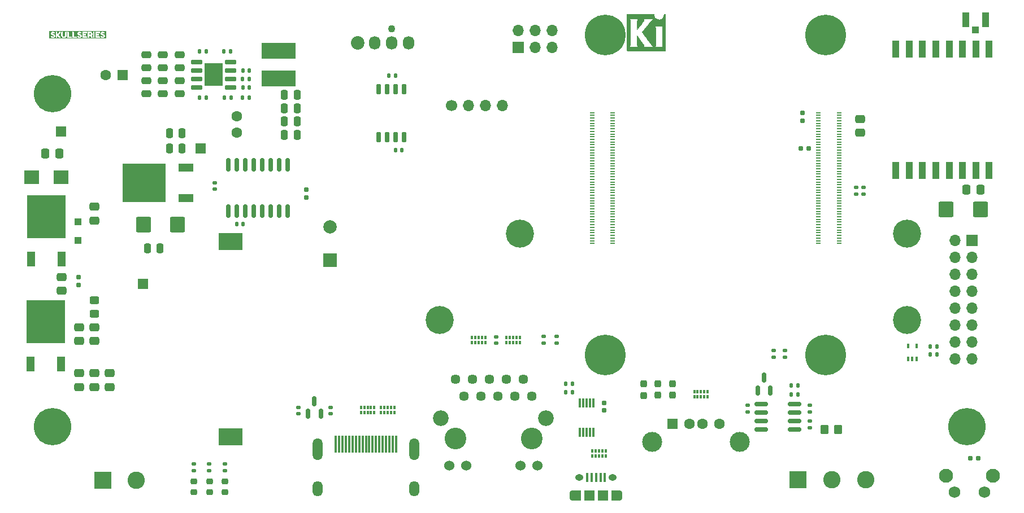
<source format=gts>
G04 #@! TF.GenerationSoftware,KiCad,Pcbnew,(5.99.0-10527-gaaffd0c137)*
G04 #@! TF.CreationDate,2021-08-05T17:11:32-04:00*
G04 #@! TF.ProjectId,miBlackSVR,6d69426c-6163-46b5-9356-522e6b696361,rev?*
G04 #@! TF.SameCoordinates,Original*
G04 #@! TF.FileFunction,Soldermask,Top*
G04 #@! TF.FilePolarity,Negative*
%FSLAX46Y46*%
G04 Gerber Fmt 4.6, Leading zero omitted, Abs format (unit mm)*
G04 Created by KiCad (PCBNEW (5.99.0-10527-gaaffd0c137)) date 2021-08-05 17:11:32*
%MOMM*%
%LPD*%
G01*
G04 APERTURE LIST*
G04 Aperture macros list*
%AMRoundRect*
0 Rectangle with rounded corners*
0 $1 Rounding radius*
0 $2 $3 $4 $5 $6 $7 $8 $9 X,Y pos of 4 corners*
0 Add a 4 corners polygon primitive as box body*
4,1,4,$2,$3,$4,$5,$6,$7,$8,$9,$2,$3,0*
0 Add four circle primitives for the rounded corners*
1,1,$1+$1,$2,$3*
1,1,$1+$1,$4,$5*
1,1,$1+$1,$6,$7*
1,1,$1+$1,$8,$9*
0 Add four rect primitives between the rounded corners*
20,1,$1+$1,$2,$3,$4,$5,0*
20,1,$1+$1,$4,$5,$6,$7,0*
20,1,$1+$1,$6,$7,$8,$9,0*
20,1,$1+$1,$8,$9,$2,$3,0*%
G04 Aperture macros list end*
%ADD10C,0.010000*%
%ADD11RoundRect,0.135000X-0.185000X0.135000X-0.185000X-0.135000X0.185000X-0.135000X0.185000X0.135000X0*%
%ADD12C,4.203200*%
%ADD13RoundRect,0.249600X0.350400X0.450400X-0.350400X0.450400X-0.350400X-0.450400X0.350400X-0.450400X0*%
%ADD14R,0.300000X0.550000*%
%ADD15R,0.400000X0.550000*%
%ADD16RoundRect,0.135000X0.185000X-0.135000X0.185000X0.135000X-0.185000X0.135000X-0.185000X-0.135000X0*%
%ADD17RoundRect,0.150000X0.150000X-0.650000X0.150000X0.650000X-0.150000X0.650000X-0.150000X-0.650000X0*%
%ADD18RoundRect,0.160000X-0.197500X-0.160000X0.197500X-0.160000X0.197500X0.160000X-0.197500X0.160000X0*%
%ADD19RoundRect,0.135000X0.135000X0.185000X-0.135000X0.185000X-0.135000X-0.185000X0.135000X-0.185000X0*%
%ADD20C,5.600000*%
%ADD21R,1.200000X2.200000*%
%ADD22R,5.800000X6.400000*%
%ADD23RoundRect,0.250000X-0.475000X0.250000X-0.475000X-0.250000X0.475000X-0.250000X0.475000X0.250000X0*%
%ADD24RoundRect,0.150000X0.150000X-0.587500X0.150000X0.587500X-0.150000X0.587500X-0.150000X-0.587500X0*%
%ADD25C,2.100000*%
%ADD26C,1.750000*%
%ADD27RoundRect,0.250275X0.474725X-0.337225X0.474725X0.337225X-0.474725X0.337225X-0.474725X-0.337225X0*%
%ADD28RoundRect,0.250000X0.475000X-0.337500X0.475000X0.337500X-0.475000X0.337500X-0.475000X-0.337500X0*%
%ADD29RoundRect,0.140000X0.170000X-0.140000X0.170000X0.140000X-0.170000X0.140000X-0.170000X-0.140000X0*%
%ADD30RoundRect,0.160000X0.160000X-0.197500X0.160000X0.197500X-0.160000X0.197500X-0.160000X-0.197500X0*%
%ADD31RoundRect,0.135000X-0.135000X-0.185000X0.135000X-0.185000X0.135000X0.185000X-0.135000X0.185000X0*%
%ADD32R,1.100000X2.250000*%
%ADD33R,1.050000X1.100000*%
%ADD34R,2.180000X2.120000*%
%ADD35RoundRect,0.250275X-0.474725X0.337225X-0.474725X-0.337225X0.474725X-0.337225X0.474725X0.337225X0*%
%ADD36RoundRect,0.250000X-0.475000X0.337500X-0.475000X-0.337500X0.475000X-0.337500X0.475000X0.337500X0*%
%ADD37RoundRect,0.237500X0.237500X-0.300000X0.237500X0.300000X-0.237500X0.300000X-0.237500X-0.300000X0*%
%ADD38R,2.000000X2.000000*%
%ADD39C,2.000000*%
%ADD40RoundRect,0.140000X0.140000X0.170000X-0.140000X0.170000X-0.140000X-0.170000X0.140000X-0.170000X0*%
%ADD41RoundRect,0.140000X-0.140000X-0.170000X0.140000X-0.170000X0.140000X0.170000X-0.140000X0.170000X0*%
%ADD42R,2.600000X2.600000*%
%ADD43C,2.600000*%
%ADD44C,1.700000*%
%ADD45O,1.700000X1.700000*%
%ADD46R,3.600000X2.600000*%
%ADD47R,2.200000X1.200000*%
%ADD48R,6.400000X5.800000*%
%ADD49RoundRect,0.250000X-0.250000X-0.475000X0.250000X-0.475000X0.250000X0.475000X-0.250000X0.475000X0*%
%ADD50RoundRect,0.250000X0.875000X0.925000X-0.875000X0.925000X-0.875000X-0.925000X0.875000X-0.925000X0*%
%ADD51R,0.300000X1.400000*%
%ADD52RoundRect,0.250000X0.475000X-0.250000X0.475000X0.250000X-0.475000X0.250000X-0.475000X-0.250000X0*%
%ADD53RoundRect,0.250275X0.337225X0.474725X-0.337225X0.474725X-0.337225X-0.474725X0.337225X-0.474725X0*%
%ADD54RoundRect,0.250000X0.337500X0.475000X-0.337500X0.475000X-0.337500X-0.475000X0.337500X-0.475000X0*%
%ADD55RoundRect,0.160000X-0.160000X0.197500X-0.160000X-0.197500X0.160000X-0.197500X0.160000X0.197500X0*%
%ADD56C,1.600000*%
%ADD57R,1.700000X1.700000*%
%ADD58C,1.446000*%
%ADD59C,1.530000*%
%ADD60C,2.355000*%
%ADD61C,3.250000*%
%ADD62RoundRect,0.250000X-0.875000X-0.925000X0.875000X-0.925000X0.875000X0.925000X-0.875000X0.925000X0*%
%ADD63R,2.710000X3.400000*%
%ADD64RoundRect,0.150000X-0.737500X-0.150000X0.737500X-0.150000X0.737500X0.150000X-0.737500X0.150000X0*%
%ADD65RoundRect,0.150000X0.150000X-0.837500X0.150000X0.837500X-0.150000X0.837500X-0.150000X-0.837500X0*%
%ADD66R,5.100000X2.350000*%
%ADD67R,1.100000X1.100000*%
%ADD68RoundRect,0.250000X0.450000X-0.325000X0.450000X0.325000X-0.450000X0.325000X-0.450000X-0.325000X0*%
%ADD69RoundRect,0.249550X0.450450X-0.325450X0.450450X0.325450X-0.450450X0.325450X-0.450450X-0.325450X0*%
%ADD70RoundRect,0.218750X0.256250X-0.218750X0.256250X0.218750X-0.256250X0.218750X-0.256250X-0.218750X0*%
%ADD71RoundRect,0.150000X-0.825000X-0.150000X0.825000X-0.150000X0.825000X0.150000X-0.825000X0.150000X0*%
%ADD72R,1.500000X1.500000*%
%ADD73R,0.400000X1.350000*%
%ADD74O,0.890000X1.550000*%
%ADD75O,1.250000X0.950000*%
%ADD76R,1.500000X1.550000*%
%ADD77R,1.200000X1.550000*%
%ADD78R,1.600000X1.600000*%
%ADD79RoundRect,0.250000X0.250000X0.475000X-0.250000X0.475000X-0.250000X-0.475000X0.250000X-0.475000X0*%
%ADD80R,0.300000X2.600000*%
%ADD81O,1.500000X2.300000*%
%ADD82O,1.500000X3.300000*%
%ADD83RoundRect,0.237500X-0.237500X0.287500X-0.237500X-0.287500X0.237500X-0.287500X0.237500X0.287500X0*%
%ADD84C,1.100000*%
%ADD85C,2.030000*%
%ADD86O,1.730000X2.030000*%
%ADD87R,1.600000X1.500000*%
%ADD88C,3.000000*%
%ADD89RoundRect,0.155000X0.155000X-0.212500X0.155000X0.212500X-0.155000X0.212500X-0.155000X-0.212500X0*%
%ADD90C,6.100000*%
%ADD91R,0.700000X0.200000*%
%ADD92R,0.400000X0.650000*%
%ADD93R,1.000000X2.500000*%
G04 APERTURE END LIST*
D10*
X167709974Y-55037540D02*
X167974497Y-55037576D01*
X167974497Y-55037576D02*
X168097629Y-55037581D01*
X168097629Y-55037581D02*
X170068528Y-55037581D01*
X170068528Y-55037581D02*
X170068528Y-55153761D01*
X170068528Y-55153761D02*
X170080928Y-55295142D01*
X170080928Y-55295142D02*
X170118353Y-55425535D01*
X170118353Y-55425535D02*
X170181140Y-55545713D01*
X170181140Y-55545713D02*
X170269623Y-55656453D01*
X170269623Y-55656453D02*
X170299560Y-55686362D01*
X170299560Y-55686362D02*
X170407251Y-55771199D01*
X170407251Y-55771199D02*
X170525992Y-55833072D01*
X170525992Y-55833072D02*
X170652257Y-55872010D01*
X170652257Y-55872010D02*
X170782520Y-55888041D01*
X170782520Y-55888041D02*
X170913252Y-55881193D01*
X170913252Y-55881193D02*
X171040929Y-55851494D01*
X171040929Y-55851494D02*
X171162022Y-55798971D01*
X171162022Y-55798971D02*
X171273005Y-55723654D01*
X171273005Y-55723654D02*
X171322849Y-55678214D01*
X171322849Y-55678214D02*
X171415734Y-55566803D01*
X171415734Y-55566803D02*
X171483844Y-55444286D01*
X171483844Y-55444286D02*
X171526588Y-55312066D01*
X171526588Y-55312066D02*
X171543370Y-55171543D01*
X171543370Y-55171543D02*
X171543593Y-55157718D01*
X171543593Y-55157718D02*
X171544473Y-55037585D01*
X171544473Y-55037585D02*
X171597274Y-55037583D01*
X171597274Y-55037583D02*
X171644113Y-55043940D01*
X171644113Y-55043940D02*
X171686900Y-55059407D01*
X171686900Y-55059407D02*
X171689728Y-55061005D01*
X171689728Y-55061005D02*
X171699392Y-55066019D01*
X171699392Y-55066019D02*
X171708266Y-55069924D01*
X171708266Y-55069924D02*
X171716382Y-55073858D01*
X171716382Y-55073858D02*
X171723774Y-55078957D01*
X171723774Y-55078957D02*
X171730472Y-55086359D01*
X171730472Y-55086359D02*
X171736509Y-55097202D01*
X171736509Y-55097202D02*
X171741916Y-55112623D01*
X171741916Y-55112623D02*
X171746727Y-55133760D01*
X171746727Y-55133760D02*
X171750972Y-55161750D01*
X171750972Y-55161750D02*
X171754685Y-55197730D01*
X171754685Y-55197730D02*
X171757896Y-55242838D01*
X171757896Y-55242838D02*
X171760639Y-55298211D01*
X171760639Y-55298211D02*
X171762945Y-55364988D01*
X171762945Y-55364988D02*
X171764846Y-55444304D01*
X171764846Y-55444304D02*
X171766375Y-55537298D01*
X171766375Y-55537298D02*
X171767563Y-55645108D01*
X171767563Y-55645108D02*
X171768443Y-55768870D01*
X171768443Y-55768870D02*
X171769047Y-55909722D01*
X171769047Y-55909722D02*
X171769406Y-56068801D01*
X171769406Y-56068801D02*
X171769552Y-56247246D01*
X171769552Y-56247246D02*
X171769519Y-56446193D01*
X171769519Y-56446193D02*
X171769337Y-56666780D01*
X171769337Y-56666780D02*
X171769040Y-56910144D01*
X171769040Y-56910144D02*
X171768658Y-57177423D01*
X171768658Y-57177423D02*
X171768225Y-57469754D01*
X171768225Y-57469754D02*
X171767772Y-57788275D01*
X171767772Y-57788275D02*
X171767719Y-57827081D01*
X171767719Y-57827081D02*
X171767313Y-58147633D01*
X171767313Y-58147633D02*
X171766968Y-58441863D01*
X171766968Y-58441863D02*
X171766648Y-58710907D01*
X171766648Y-58710907D02*
X171766317Y-58955903D01*
X171766317Y-58955903D02*
X171765938Y-59177988D01*
X171765938Y-59177988D02*
X171765474Y-59378298D01*
X171765474Y-59378298D02*
X171764889Y-59557970D01*
X171764889Y-59557970D02*
X171764147Y-59718141D01*
X171764147Y-59718141D02*
X171763211Y-59859949D01*
X171763211Y-59859949D02*
X171762044Y-59984530D01*
X171762044Y-59984530D02*
X171760610Y-60093021D01*
X171760610Y-60093021D02*
X171758873Y-60186558D01*
X171758873Y-60186558D02*
X171756795Y-60266280D01*
X171756795Y-60266280D02*
X171754341Y-60333323D01*
X171754341Y-60333323D02*
X171751473Y-60388824D01*
X171751473Y-60388824D02*
X171748156Y-60433919D01*
X171748156Y-60433919D02*
X171744353Y-60469746D01*
X171744353Y-60469746D02*
X171740027Y-60497442D01*
X171740027Y-60497442D02*
X171735142Y-60518144D01*
X171735142Y-60518144D02*
X171729662Y-60532988D01*
X171729662Y-60532988D02*
X171723549Y-60543111D01*
X171723549Y-60543111D02*
X171716767Y-60549651D01*
X171716767Y-60549651D02*
X171709280Y-60553744D01*
X171709280Y-60553744D02*
X171701051Y-60556527D01*
X171701051Y-60556527D02*
X171692044Y-60559138D01*
X171692044Y-60559138D02*
X171682222Y-60562713D01*
X171682222Y-60562713D02*
X171679823Y-60563801D01*
X171679823Y-60563801D02*
X171672282Y-60566247D01*
X171672282Y-60566247D02*
X171659661Y-60568493D01*
X171659661Y-60568493D02*
X171640858Y-60570549D01*
X171640858Y-60570549D02*
X171614770Y-60572423D01*
X171614770Y-60572423D02*
X171580295Y-60574122D01*
X171580295Y-60574122D02*
X171536332Y-60575654D01*
X171536332Y-60575654D02*
X171481778Y-60577028D01*
X171481778Y-60577028D02*
X171415532Y-60578251D01*
X171415532Y-60578251D02*
X171336491Y-60579332D01*
X171336491Y-60579332D02*
X171243554Y-60580278D01*
X171243554Y-60580278D02*
X171135618Y-60581098D01*
X171135618Y-60581098D02*
X171011581Y-60581798D01*
X171011581Y-60581798D02*
X170870341Y-60582389D01*
X170870341Y-60582389D02*
X170710796Y-60582876D01*
X170710796Y-60582876D02*
X170531845Y-60583270D01*
X170531845Y-60583270D02*
X170332385Y-60583576D01*
X170332385Y-60583576D02*
X170111313Y-60583804D01*
X170111313Y-60583804D02*
X169867529Y-60583961D01*
X169867529Y-60583961D02*
X169599930Y-60584056D01*
X169599930Y-60584056D02*
X169307414Y-60584096D01*
X169307414Y-60584096D02*
X168988878Y-60584089D01*
X168988878Y-60584089D02*
X168885696Y-60584079D01*
X168885696Y-60584079D02*
X168560094Y-60584027D01*
X168560094Y-60584027D02*
X168260836Y-60583942D01*
X168260836Y-60583942D02*
X167986808Y-60583814D01*
X167986808Y-60583814D02*
X167736893Y-60583636D01*
X167736893Y-60583636D02*
X167509977Y-60583399D01*
X167509977Y-60583399D02*
X167304944Y-60583093D01*
X167304944Y-60583093D02*
X167120679Y-60582711D01*
X167120679Y-60582711D02*
X166956067Y-60582243D01*
X166956067Y-60582243D02*
X166809992Y-60581681D01*
X166809992Y-60581681D02*
X166681341Y-60581016D01*
X166681341Y-60581016D02*
X166568996Y-60580239D01*
X166568996Y-60580239D02*
X166471843Y-60579342D01*
X166471843Y-60579342D02*
X166388767Y-60578316D01*
X166388767Y-60578316D02*
X166318653Y-60577152D01*
X166318653Y-60577152D02*
X166260385Y-60575842D01*
X166260385Y-60575842D02*
X166212848Y-60574376D01*
X166212848Y-60574376D02*
X166174927Y-60572747D01*
X166174927Y-60572747D02*
X166145507Y-60570944D01*
X166145507Y-60570944D02*
X166123472Y-60568961D01*
X166123472Y-60568961D02*
X166107707Y-60566787D01*
X166107707Y-60566787D02*
X166097097Y-60564414D01*
X166097097Y-60564414D02*
X166091313Y-60562242D01*
X166091313Y-60562242D02*
X166081033Y-60557907D01*
X166081033Y-60557907D02*
X166071595Y-60554710D01*
X166071595Y-60554710D02*
X166062962Y-60551516D01*
X166062962Y-60551516D02*
X166055098Y-60547189D01*
X166055098Y-60547189D02*
X166047969Y-60540595D01*
X166047969Y-60540595D02*
X166041538Y-60530598D01*
X166041538Y-60530598D02*
X166035770Y-60516063D01*
X166035770Y-60516063D02*
X166030628Y-60495854D01*
X166030628Y-60495854D02*
X166026077Y-60468836D01*
X166026077Y-60468836D02*
X166022082Y-60433874D01*
X166022082Y-60433874D02*
X166018606Y-60389832D01*
X166018606Y-60389832D02*
X166015615Y-60335575D01*
X166015615Y-60335575D02*
X166013071Y-60269968D01*
X166013071Y-60269968D02*
X166010940Y-60191875D01*
X166010940Y-60191875D02*
X166009185Y-60100161D01*
X166009185Y-60100161D02*
X166007772Y-59993691D01*
X166007772Y-59993691D02*
X166007402Y-59952824D01*
X166007402Y-59952824D02*
X166373833Y-59952824D01*
X166373833Y-59952824D02*
X167668983Y-59952824D01*
X167668983Y-59952824D02*
X167644062Y-59915068D01*
X167644062Y-59915068D02*
X167619270Y-59876268D01*
X167619270Y-59876268D02*
X167598277Y-59839320D01*
X167598277Y-59839320D02*
X167580782Y-59801639D01*
X167580782Y-59801639D02*
X167566487Y-59760639D01*
X167566487Y-59760639D02*
X167555094Y-59713734D01*
X167555094Y-59713734D02*
X167546304Y-59658338D01*
X167546304Y-59658338D02*
X167539819Y-59591867D01*
X167539819Y-59591867D02*
X167535340Y-59511734D01*
X167535340Y-59511734D02*
X167532567Y-59415353D01*
X167532567Y-59415353D02*
X167531204Y-59300140D01*
X167531204Y-59300140D02*
X167530950Y-59163508D01*
X167530950Y-59163508D02*
X167531508Y-59002871D01*
X167531508Y-59002871D02*
X167531824Y-58943233D01*
X167531824Y-58943233D02*
X167535392Y-58303892D01*
X167535392Y-58303892D02*
X167940419Y-58855300D01*
X167940419Y-58855300D02*
X168055163Y-59011727D01*
X168055163Y-59011727D02*
X168154574Y-59147939D01*
X168154574Y-59147939D02*
X168239727Y-59265741D01*
X168239727Y-59265741D02*
X168311695Y-59366935D01*
X168311695Y-59366935D02*
X168371551Y-59453328D01*
X168371551Y-59453328D02*
X168420369Y-59526725D01*
X168420369Y-59526725D02*
X168459222Y-59588928D01*
X168459222Y-59588928D02*
X168489183Y-59641744D01*
X168489183Y-59641744D02*
X168511326Y-59686976D01*
X168511326Y-59686976D02*
X168526724Y-59726429D01*
X168526724Y-59726429D02*
X168536451Y-59761909D01*
X168536451Y-59761909D02*
X168541580Y-59795219D01*
X168541580Y-59795219D02*
X168543185Y-59828164D01*
X168543185Y-59828164D02*
X168542338Y-59862548D01*
X168542338Y-59862548D02*
X168542122Y-59866870D01*
X168542122Y-59866870D02*
X168537663Y-59952882D01*
X168537663Y-59952882D02*
X169957025Y-59952824D01*
X169957025Y-59952824D02*
X169851452Y-59846373D01*
X169851452Y-59846373D02*
X169822804Y-59817257D01*
X169822804Y-59817257D02*
X169795627Y-59788927D01*
X169795627Y-59788927D02*
X169768728Y-59759819D01*
X169768728Y-59759819D02*
X169740914Y-59728371D01*
X169740914Y-59728371D02*
X169710992Y-59693020D01*
X169710992Y-59693020D02*
X169677771Y-59652205D01*
X169677771Y-59652205D02*
X169640056Y-59604362D01*
X169640056Y-59604362D02*
X169596657Y-59547930D01*
X169596657Y-59547930D02*
X169546379Y-59481345D01*
X169546379Y-59481345D02*
X169488029Y-59403046D01*
X169488029Y-59403046D02*
X169420417Y-59311470D01*
X169420417Y-59311470D02*
X169342348Y-59205055D01*
X169342348Y-59205055D02*
X169252629Y-59082238D01*
X169252629Y-59082238D02*
X169150069Y-58941456D01*
X169150069Y-58941456D02*
X169033475Y-58781148D01*
X169033475Y-58781148D02*
X168937908Y-58649649D01*
X168937908Y-58649649D02*
X168817968Y-58484447D01*
X168817968Y-58484447D02*
X168713337Y-58340003D01*
X168713337Y-58340003D02*
X168623069Y-58214945D01*
X168623069Y-58214945D02*
X168546214Y-58107903D01*
X168546214Y-58107903D02*
X168481826Y-58017505D01*
X168481826Y-58017505D02*
X168428956Y-57942380D01*
X168428956Y-57942380D02*
X168386657Y-57881155D01*
X168386657Y-57881155D02*
X168353981Y-57832461D01*
X168353981Y-57832461D02*
X168329979Y-57794925D01*
X168329979Y-57794925D02*
X168313704Y-57767176D01*
X168313704Y-57767176D02*
X168304209Y-57747843D01*
X168304209Y-57747843D02*
X168300544Y-57735554D01*
X168300544Y-57735554D02*
X168301646Y-57729093D01*
X168301646Y-57729093D02*
X168314993Y-57711899D01*
X168314993Y-57711899D02*
X168343851Y-57675506D01*
X168343851Y-57675506D02*
X168386477Y-57622075D01*
X168386477Y-57622075D02*
X168441132Y-57553770D01*
X168441132Y-57553770D02*
X168506073Y-57472754D01*
X168506073Y-57472754D02*
X168579559Y-57381191D01*
X168579559Y-57381191D02*
X168659849Y-57281243D01*
X168659849Y-57281243D02*
X168745202Y-57175075D01*
X168745202Y-57175075D02*
X168833877Y-57064848D01*
X168833877Y-57064848D02*
X168924131Y-56952727D01*
X168924131Y-56952727D02*
X168973773Y-56891095D01*
X168973773Y-56891095D02*
X170206344Y-56891095D01*
X170206344Y-56891095D02*
X170257571Y-56983770D01*
X170257571Y-56983770D02*
X170308798Y-57076446D01*
X170308798Y-57076446D02*
X170308798Y-59767473D01*
X170308798Y-59767473D02*
X170257571Y-59860149D01*
X170257571Y-59860149D02*
X170206344Y-59952824D01*
X170206344Y-59952824D02*
X170812321Y-59952824D01*
X170812321Y-59952824D02*
X170956983Y-59952782D01*
X170956983Y-59952782D02*
X171076473Y-59952592D01*
X171076473Y-59952592D02*
X171173075Y-59952159D01*
X171173075Y-59952159D02*
X171249075Y-59951387D01*
X171249075Y-59951387D02*
X171306760Y-59950181D01*
X171306760Y-59950181D02*
X171348416Y-59948445D01*
X171348416Y-59948445D02*
X171376328Y-59946083D01*
X171376328Y-59946083D02*
X171392782Y-59943001D01*
X171392782Y-59943001D02*
X171400065Y-59939102D01*
X171400065Y-59939102D02*
X171400462Y-59934291D01*
X171400462Y-59934291D02*
X171396259Y-59928473D01*
X171396259Y-59928473D02*
X171396216Y-59928425D01*
X171396216Y-59928425D02*
X171378904Y-59903383D01*
X171378904Y-59903383D02*
X171355981Y-59862666D01*
X171355981Y-59862666D02*
X171335736Y-59822019D01*
X171335736Y-59822019D02*
X171297338Y-59740013D01*
X171297338Y-59740013D02*
X171289506Y-56891095D01*
X171289506Y-56891095D02*
X170206344Y-56891095D01*
X170206344Y-56891095D02*
X168973773Y-56891095D01*
X168973773Y-56891095D02*
X169014224Y-56840875D01*
X169014224Y-56840875D02*
X169102415Y-56731455D01*
X169102415Y-56731455D02*
X169186963Y-56626629D01*
X169186963Y-56626629D02*
X169266125Y-56528562D01*
X169266125Y-56528562D02*
X169338161Y-56439417D01*
X169338161Y-56439417D02*
X169401330Y-56361356D01*
X169401330Y-56361356D02*
X169453890Y-56296543D01*
X169453890Y-56296543D02*
X169494100Y-56247141D01*
X169494100Y-56247141D02*
X169517717Y-56218338D01*
X169517717Y-56218338D02*
X169609427Y-56110629D01*
X169609427Y-56110629D02*
X169697657Y-56013431D01*
X169697657Y-56013431D02*
X169779314Y-55929927D01*
X169779314Y-55929927D02*
X169851307Y-55863299D01*
X169851307Y-55863299D02*
X169902398Y-55822450D01*
X169902398Y-55822450D02*
X169962810Y-55778986D01*
X169962810Y-55778986D02*
X168573419Y-55778986D01*
X168573419Y-55778986D02*
X168573809Y-55860517D01*
X168573809Y-55860517D02*
X168569926Y-55920457D01*
X168569926Y-55920457D02*
X168555327Y-55976028D01*
X168555327Y-55976028D02*
X168532729Y-56028706D01*
X168532729Y-56028706D02*
X168518039Y-56058466D01*
X168518039Y-56058466D02*
X168502245Y-56087954D01*
X168502245Y-56087954D02*
X168483903Y-56119127D01*
X168483903Y-56119127D02*
X168461572Y-56153944D01*
X168461572Y-56153944D02*
X168433808Y-56194361D01*
X168433808Y-56194361D02*
X168399168Y-56242337D01*
X168399168Y-56242337D02*
X168356210Y-56299829D01*
X168356210Y-56299829D02*
X168303490Y-56368794D01*
X168303490Y-56368794D02*
X168239566Y-56451190D01*
X168239566Y-56451190D02*
X168162996Y-56548975D01*
X168162996Y-56548975D02*
X168072336Y-56664106D01*
X168072336Y-56664106D02*
X167966143Y-56798541D01*
X167966143Y-56798541D02*
X167954149Y-56813710D01*
X167954149Y-56813710D02*
X167535392Y-57343263D01*
X167535392Y-57343263D02*
X167531339Y-56756773D01*
X167531339Y-56756773D02*
X167530522Y-56581102D01*
X167530522Y-56581102D02*
X167530696Y-56432383D01*
X167530696Y-56432383D02*
X167531868Y-56310126D01*
X167531868Y-56310126D02*
X167534048Y-56213840D01*
X167534048Y-56213840D02*
X167537243Y-56143034D01*
X167537243Y-56143034D02*
X167541461Y-56097220D01*
X167541461Y-56097220D02*
X167542879Y-56088530D01*
X167542879Y-56088530D02*
X167565126Y-55996986D01*
X167565126Y-55996986D02*
X167594274Y-55914459D01*
X167594274Y-55914459D02*
X167627535Y-55848104D01*
X167627535Y-55848104D02*
X167647517Y-55819961D01*
X167647517Y-55819961D02*
X167681995Y-55778986D01*
X167681995Y-55778986D02*
X167027803Y-55778986D01*
X167027803Y-55778986D02*
X166871748Y-55779120D01*
X166871748Y-55779120D02*
X166741250Y-55779554D01*
X166741250Y-55779554D02*
X166634407Y-55780340D01*
X166634407Y-55780340D02*
X166549319Y-55781527D01*
X166549319Y-55781527D02*
X166484082Y-55783168D01*
X166484082Y-55783168D02*
X166436796Y-55785312D01*
X166436796Y-55785312D02*
X166405560Y-55788010D01*
X166405560Y-55788010D02*
X166388471Y-55791313D01*
X166388471Y-55791313D02*
X166383629Y-55795272D01*
X166383629Y-55795272D02*
X166383964Y-55796149D01*
X166383964Y-55796149D02*
X166397832Y-55817082D01*
X166397832Y-55817082D02*
X166420985Y-55850263D01*
X166420985Y-55850263D02*
X166432963Y-55867044D01*
X166432963Y-55867044D02*
X166445348Y-55883791D01*
X166445348Y-55883791D02*
X166456480Y-55898766D01*
X166456480Y-55898766D02*
X166466429Y-55913445D01*
X166466429Y-55913445D02*
X166475266Y-55929300D01*
X166475266Y-55929300D02*
X166483060Y-55947806D01*
X166483060Y-55947806D02*
X166489882Y-55970436D01*
X166489882Y-55970436D02*
X166495801Y-55998664D01*
X166495801Y-55998664D02*
X166500888Y-56033964D01*
X166500888Y-56033964D02*
X166505213Y-56077809D01*
X166505213Y-56077809D02*
X166508846Y-56131673D01*
X166508846Y-56131673D02*
X166511857Y-56197031D01*
X166511857Y-56197031D02*
X166514316Y-56275355D01*
X166514316Y-56275355D02*
X166516294Y-56368119D01*
X166516294Y-56368119D02*
X166517859Y-56476798D01*
X166517859Y-56476798D02*
X166519083Y-56602864D01*
X166519083Y-56602864D02*
X166520036Y-56747793D01*
X166520036Y-56747793D02*
X166520787Y-56913057D01*
X166520787Y-56913057D02*
X166521406Y-57100130D01*
X166521406Y-57100130D02*
X166521965Y-57310486D01*
X166521965Y-57310486D02*
X166522532Y-57545599D01*
X166522532Y-57545599D02*
X166523062Y-57761592D01*
X166523062Y-57761592D02*
X166523562Y-58002386D01*
X166523562Y-58002386D02*
X166523822Y-58232125D01*
X166523822Y-58232125D02*
X166523849Y-58449344D01*
X166523849Y-58449344D02*
X166523650Y-58652573D01*
X166523650Y-58652573D02*
X166523231Y-58840347D01*
X166523231Y-58840347D02*
X166522599Y-59011196D01*
X166522599Y-59011196D02*
X166521761Y-59163654D01*
X166521761Y-59163654D02*
X166520725Y-59296254D01*
X166520725Y-59296254D02*
X166519497Y-59407527D01*
X166519497Y-59407527D02*
X166518084Y-59496007D01*
X166518084Y-59496007D02*
X166516492Y-59560226D01*
X166516492Y-59560226D02*
X166514730Y-59598716D01*
X166514730Y-59598716D02*
X166514396Y-59602784D01*
X166514396Y-59602784D02*
X166502251Y-59696099D01*
X166502251Y-59696099D02*
X166483290Y-59771041D01*
X166483290Y-59771041D02*
X166454415Y-59836445D01*
X166454415Y-59836445D02*
X166412527Y-59901144D01*
X166412527Y-59901144D02*
X166407288Y-59908203D01*
X166407288Y-59908203D02*
X166373833Y-59952824D01*
X166373833Y-59952824D02*
X166007402Y-59952824D01*
X166007402Y-59952824D02*
X166006663Y-59871330D01*
X166006663Y-59871330D02*
X166005824Y-59731941D01*
X166005824Y-59731941D02*
X166005219Y-59574390D01*
X166005219Y-59574390D02*
X166004812Y-59397542D01*
X166004812Y-59397542D02*
X166004567Y-59200261D01*
X166004567Y-59200261D02*
X166004450Y-58981411D01*
X166004450Y-58981411D02*
X166004422Y-58739858D01*
X166004422Y-58739858D02*
X166004450Y-58474466D01*
X166004450Y-58474466D02*
X166004497Y-58184100D01*
X166004497Y-58184100D02*
X166004527Y-57867624D01*
X166004527Y-57867624D02*
X166004528Y-57804797D01*
X166004528Y-57804797D02*
X166004545Y-57484988D01*
X166004545Y-57484988D02*
X166004605Y-57191512D01*
X166004605Y-57191512D02*
X166004715Y-56923241D01*
X166004715Y-56923241D02*
X166004884Y-56679049D01*
X166004884Y-56679049D02*
X166005120Y-56457808D01*
X166005120Y-56457808D02*
X166005433Y-56258391D01*
X166005433Y-56258391D02*
X166005832Y-56079671D01*
X166005832Y-56079671D02*
X166006324Y-55920522D01*
X166006324Y-55920522D02*
X166006920Y-55779817D01*
X166006920Y-55779817D02*
X166007627Y-55656427D01*
X166007627Y-55656427D02*
X166008454Y-55549227D01*
X166008454Y-55549227D02*
X166009410Y-55457089D01*
X166009410Y-55457089D02*
X166010504Y-55378886D01*
X166010504Y-55378886D02*
X166011744Y-55313492D01*
X166011744Y-55313492D02*
X166013139Y-55259779D01*
X166013139Y-55259779D02*
X166014699Y-55216620D01*
X166014699Y-55216620D02*
X166016431Y-55182888D01*
X166016431Y-55182888D02*
X166018345Y-55157456D01*
X166018345Y-55157456D02*
X166020449Y-55139198D01*
X166020449Y-55139198D02*
X166022751Y-55126985D01*
X166022751Y-55126985D02*
X166025262Y-55119692D01*
X166025262Y-55119692D02*
X166025354Y-55119510D01*
X166025354Y-55119510D02*
X166030525Y-55108369D01*
X166030525Y-55108369D02*
X166034832Y-55098282D01*
X166034832Y-55098282D02*
X166039596Y-55089197D01*
X166039596Y-55089197D02*
X166046139Y-55081063D01*
X166046139Y-55081063D02*
X166055782Y-55073827D01*
X166055782Y-55073827D02*
X166069846Y-55067437D01*
X166069846Y-55067437D02*
X166089654Y-55061840D01*
X166089654Y-55061840D02*
X166116526Y-55056984D01*
X166116526Y-55056984D02*
X166151784Y-55052817D01*
X166151784Y-55052817D02*
X166196749Y-55049287D01*
X166196749Y-55049287D02*
X166252743Y-55046342D01*
X166252743Y-55046342D02*
X166321088Y-55043928D01*
X166321088Y-55043928D02*
X166403103Y-55041995D01*
X166403103Y-55041995D02*
X166500112Y-55040489D01*
X166500112Y-55040489D02*
X166613435Y-55039359D01*
X166613435Y-55039359D02*
X166744394Y-55038553D01*
X166744394Y-55038553D02*
X166894310Y-55038017D01*
X166894310Y-55038017D02*
X167064504Y-55037700D01*
X167064504Y-55037700D02*
X167256299Y-55037550D01*
X167256299Y-55037550D02*
X167471015Y-55037514D01*
X167471015Y-55037514D02*
X167709974Y-55037540D01*
X167709974Y-55037540D02*
X167709974Y-55037540D01*
G36*
X166005824Y-59731941D02*
G01*
X166005219Y-59574390D01*
X166004812Y-59397542D01*
X166004567Y-59200261D01*
X166004450Y-58981411D01*
X166004422Y-58739858D01*
X166004450Y-58474466D01*
X166004497Y-58184100D01*
X166004527Y-57867624D01*
X166004528Y-57804797D01*
X166004545Y-57484988D01*
X166004605Y-57191512D01*
X166004715Y-56923241D01*
X166004884Y-56679049D01*
X166005120Y-56457808D01*
X166005433Y-56258391D01*
X166005832Y-56079671D01*
X166006324Y-55920522D01*
X166006920Y-55779817D01*
X166007627Y-55656427D01*
X166008454Y-55549227D01*
X166009410Y-55457089D01*
X166010504Y-55378886D01*
X166011744Y-55313492D01*
X166013139Y-55259779D01*
X166014699Y-55216620D01*
X166016431Y-55182888D01*
X166018345Y-55157456D01*
X166020449Y-55139198D01*
X166022751Y-55126985D01*
X166025262Y-55119692D01*
X166025354Y-55119510D01*
X166030525Y-55108369D01*
X166034832Y-55098282D01*
X166039596Y-55089197D01*
X166046139Y-55081063D01*
X166055782Y-55073827D01*
X166069846Y-55067437D01*
X166089654Y-55061840D01*
X166116526Y-55056984D01*
X166151784Y-55052817D01*
X166196749Y-55049287D01*
X166252743Y-55046342D01*
X166321088Y-55043928D01*
X166403103Y-55041995D01*
X166500112Y-55040489D01*
X166613435Y-55039359D01*
X166744394Y-55038553D01*
X166894310Y-55038017D01*
X167064504Y-55037700D01*
X167256299Y-55037550D01*
X167471015Y-55037514D01*
X167709974Y-55037540D01*
X167974497Y-55037576D01*
X168097629Y-55037581D01*
X170068528Y-55037581D01*
X170068528Y-55153761D01*
X170080928Y-55295142D01*
X170118353Y-55425535D01*
X170181140Y-55545713D01*
X170269623Y-55656453D01*
X170299560Y-55686362D01*
X170407251Y-55771199D01*
X170525992Y-55833072D01*
X170652257Y-55872010D01*
X170782520Y-55888041D01*
X170913252Y-55881193D01*
X171040929Y-55851494D01*
X171162022Y-55798971D01*
X171273005Y-55723654D01*
X171322849Y-55678214D01*
X171415734Y-55566803D01*
X171483844Y-55444286D01*
X171526588Y-55312066D01*
X171543370Y-55171543D01*
X171543593Y-55157718D01*
X171544473Y-55037585D01*
X171597274Y-55037583D01*
X171644113Y-55043940D01*
X171686900Y-55059407D01*
X171689728Y-55061005D01*
X171699392Y-55066019D01*
X171708266Y-55069924D01*
X171716382Y-55073858D01*
X171723774Y-55078957D01*
X171730472Y-55086359D01*
X171736509Y-55097202D01*
X171741916Y-55112623D01*
X171746727Y-55133760D01*
X171750972Y-55161750D01*
X171754685Y-55197730D01*
X171757896Y-55242838D01*
X171760639Y-55298211D01*
X171762945Y-55364988D01*
X171764846Y-55444304D01*
X171766375Y-55537298D01*
X171767563Y-55645108D01*
X171768443Y-55768870D01*
X171769047Y-55909722D01*
X171769406Y-56068801D01*
X171769552Y-56247246D01*
X171769519Y-56446193D01*
X171769337Y-56666780D01*
X171769040Y-56910144D01*
X171768658Y-57177423D01*
X171768225Y-57469754D01*
X171767772Y-57788275D01*
X171767719Y-57827081D01*
X171767313Y-58147633D01*
X171766968Y-58441863D01*
X171766648Y-58710907D01*
X171766317Y-58955903D01*
X171765938Y-59177988D01*
X171765474Y-59378298D01*
X171764889Y-59557970D01*
X171764147Y-59718141D01*
X171763211Y-59859949D01*
X171762044Y-59984530D01*
X171760610Y-60093021D01*
X171758873Y-60186558D01*
X171756795Y-60266280D01*
X171754341Y-60333323D01*
X171751473Y-60388824D01*
X171748156Y-60433919D01*
X171744353Y-60469746D01*
X171740027Y-60497442D01*
X171735142Y-60518144D01*
X171729662Y-60532988D01*
X171723549Y-60543111D01*
X171716767Y-60549651D01*
X171709280Y-60553744D01*
X171701051Y-60556527D01*
X171692044Y-60559138D01*
X171682222Y-60562713D01*
X171679823Y-60563801D01*
X171672282Y-60566247D01*
X171659661Y-60568493D01*
X171640858Y-60570549D01*
X171614770Y-60572423D01*
X171580295Y-60574122D01*
X171536332Y-60575654D01*
X171481778Y-60577028D01*
X171415532Y-60578251D01*
X171336491Y-60579332D01*
X171243554Y-60580278D01*
X171135618Y-60581098D01*
X171011581Y-60581798D01*
X170870341Y-60582389D01*
X170710796Y-60582876D01*
X170531845Y-60583270D01*
X170332385Y-60583576D01*
X170111313Y-60583804D01*
X169867529Y-60583961D01*
X169599930Y-60584056D01*
X169307414Y-60584096D01*
X168988878Y-60584089D01*
X168885696Y-60584079D01*
X168560094Y-60584027D01*
X168260836Y-60583942D01*
X167986808Y-60583814D01*
X167736893Y-60583636D01*
X167509977Y-60583399D01*
X167304944Y-60583093D01*
X167120679Y-60582711D01*
X166956067Y-60582243D01*
X166809992Y-60581681D01*
X166681341Y-60581016D01*
X166568996Y-60580239D01*
X166471843Y-60579342D01*
X166388767Y-60578316D01*
X166318653Y-60577152D01*
X166260385Y-60575842D01*
X166212848Y-60574376D01*
X166174927Y-60572747D01*
X166145507Y-60570944D01*
X166123472Y-60568961D01*
X166107707Y-60566787D01*
X166097097Y-60564414D01*
X166091313Y-60562242D01*
X166081033Y-60557907D01*
X166071595Y-60554710D01*
X166062962Y-60551516D01*
X166055098Y-60547189D01*
X166047969Y-60540595D01*
X166041538Y-60530598D01*
X166035770Y-60516063D01*
X166030628Y-60495854D01*
X166026077Y-60468836D01*
X166022082Y-60433874D01*
X166018606Y-60389832D01*
X166015615Y-60335575D01*
X166013071Y-60269968D01*
X166010940Y-60191875D01*
X166009185Y-60100161D01*
X166007772Y-59993691D01*
X166007402Y-59952824D01*
X166373833Y-59952824D01*
X167668983Y-59952824D01*
X167644062Y-59915068D01*
X167619270Y-59876268D01*
X167598277Y-59839320D01*
X167580782Y-59801639D01*
X167566487Y-59760639D01*
X167555094Y-59713734D01*
X167546304Y-59658338D01*
X167539819Y-59591867D01*
X167535340Y-59511734D01*
X167532567Y-59415353D01*
X167531204Y-59300140D01*
X167530950Y-59163508D01*
X167531508Y-59002871D01*
X167531824Y-58943233D01*
X167535392Y-58303892D01*
X167940419Y-58855300D01*
X168055163Y-59011727D01*
X168154574Y-59147939D01*
X168239727Y-59265741D01*
X168311695Y-59366935D01*
X168371551Y-59453328D01*
X168420369Y-59526725D01*
X168459222Y-59588928D01*
X168489183Y-59641744D01*
X168511326Y-59686976D01*
X168526724Y-59726429D01*
X168536451Y-59761909D01*
X168541580Y-59795219D01*
X168543185Y-59828164D01*
X168542338Y-59862548D01*
X168542122Y-59866870D01*
X168537663Y-59952882D01*
X169957025Y-59952824D01*
X170206344Y-59952824D01*
X170812321Y-59952824D01*
X170956983Y-59952782D01*
X171076473Y-59952592D01*
X171173075Y-59952159D01*
X171249075Y-59951387D01*
X171306760Y-59950181D01*
X171348416Y-59948445D01*
X171376328Y-59946083D01*
X171392782Y-59943001D01*
X171400065Y-59939102D01*
X171400462Y-59934291D01*
X171396259Y-59928473D01*
X171396216Y-59928425D01*
X171378904Y-59903383D01*
X171355981Y-59862666D01*
X171335736Y-59822019D01*
X171297338Y-59740013D01*
X171289506Y-56891095D01*
X170206344Y-56891095D01*
X170257571Y-56983770D01*
X170308798Y-57076446D01*
X170308798Y-59767473D01*
X170257571Y-59860149D01*
X170206344Y-59952824D01*
X169957025Y-59952824D01*
X169851452Y-59846373D01*
X169822804Y-59817257D01*
X169795627Y-59788927D01*
X169768728Y-59759819D01*
X169740914Y-59728371D01*
X169710992Y-59693020D01*
X169677771Y-59652205D01*
X169640056Y-59604362D01*
X169596657Y-59547930D01*
X169546379Y-59481345D01*
X169488029Y-59403046D01*
X169420417Y-59311470D01*
X169342348Y-59205055D01*
X169252629Y-59082238D01*
X169150069Y-58941456D01*
X169033475Y-58781148D01*
X168937908Y-58649649D01*
X168817968Y-58484447D01*
X168713337Y-58340003D01*
X168623069Y-58214945D01*
X168546214Y-58107903D01*
X168481826Y-58017505D01*
X168428956Y-57942380D01*
X168386657Y-57881155D01*
X168353981Y-57832461D01*
X168329979Y-57794925D01*
X168313704Y-57767176D01*
X168304209Y-57747843D01*
X168300544Y-57735554D01*
X168301646Y-57729093D01*
X168314993Y-57711899D01*
X168343851Y-57675506D01*
X168386477Y-57622075D01*
X168441132Y-57553770D01*
X168506073Y-57472754D01*
X168579559Y-57381191D01*
X168659849Y-57281243D01*
X168745202Y-57175075D01*
X168833877Y-57064848D01*
X168924131Y-56952727D01*
X168973773Y-56891095D01*
X169014224Y-56840875D01*
X169102415Y-56731455D01*
X169186963Y-56626629D01*
X169266125Y-56528562D01*
X169338161Y-56439417D01*
X169401330Y-56361356D01*
X169453890Y-56296543D01*
X169494100Y-56247141D01*
X169517717Y-56218338D01*
X169609427Y-56110629D01*
X169697657Y-56013431D01*
X169779314Y-55929927D01*
X169851307Y-55863299D01*
X169902398Y-55822450D01*
X169962810Y-55778986D01*
X168573419Y-55778986D01*
X168573809Y-55860517D01*
X168569926Y-55920457D01*
X168555327Y-55976028D01*
X168532729Y-56028706D01*
X168518039Y-56058466D01*
X168502245Y-56087954D01*
X168483903Y-56119127D01*
X168461572Y-56153944D01*
X168433808Y-56194361D01*
X168399168Y-56242337D01*
X168356210Y-56299829D01*
X168303490Y-56368794D01*
X168239566Y-56451190D01*
X168162996Y-56548975D01*
X168072336Y-56664106D01*
X167966143Y-56798541D01*
X167954149Y-56813710D01*
X167535392Y-57343263D01*
X167531339Y-56756773D01*
X167530522Y-56581102D01*
X167530696Y-56432383D01*
X167531868Y-56310126D01*
X167534048Y-56213840D01*
X167537243Y-56143034D01*
X167541461Y-56097220D01*
X167542879Y-56088530D01*
X167565126Y-55996986D01*
X167594274Y-55914459D01*
X167627535Y-55848104D01*
X167647517Y-55819961D01*
X167681995Y-55778986D01*
X167027803Y-55778986D01*
X166871748Y-55779120D01*
X166741250Y-55779554D01*
X166634407Y-55780340D01*
X166549319Y-55781527D01*
X166484082Y-55783168D01*
X166436796Y-55785312D01*
X166405560Y-55788010D01*
X166388471Y-55791313D01*
X166383629Y-55795272D01*
X166383964Y-55796149D01*
X166397832Y-55817082D01*
X166420985Y-55850263D01*
X166432963Y-55867044D01*
X166445348Y-55883791D01*
X166456480Y-55898766D01*
X166466429Y-55913445D01*
X166475266Y-55929300D01*
X166483060Y-55947806D01*
X166489882Y-55970436D01*
X166495801Y-55998664D01*
X166500888Y-56033964D01*
X166505213Y-56077809D01*
X166508846Y-56131673D01*
X166511857Y-56197031D01*
X166514316Y-56275355D01*
X166516294Y-56368119D01*
X166517859Y-56476798D01*
X166519083Y-56602864D01*
X166520036Y-56747793D01*
X166520787Y-56913057D01*
X166521406Y-57100130D01*
X166521965Y-57310486D01*
X166522532Y-57545599D01*
X166523062Y-57761592D01*
X166523562Y-58002386D01*
X166523822Y-58232125D01*
X166523849Y-58449344D01*
X166523650Y-58652573D01*
X166523231Y-58840347D01*
X166522599Y-59011196D01*
X166521761Y-59163654D01*
X166520725Y-59296254D01*
X166519497Y-59407527D01*
X166518084Y-59496007D01*
X166516492Y-59560226D01*
X166514730Y-59598716D01*
X166514396Y-59602784D01*
X166502251Y-59696099D01*
X166483290Y-59771041D01*
X166454415Y-59836445D01*
X166412527Y-59901144D01*
X166407288Y-59908203D01*
X166373833Y-59952824D01*
X166007402Y-59952824D01*
X166006663Y-59871330D01*
X166005824Y-59731941D01*
G37*
X166005824Y-59731941D02*
X166005219Y-59574390D01*
X166004812Y-59397542D01*
X166004567Y-59200261D01*
X166004450Y-58981411D01*
X166004422Y-58739858D01*
X166004450Y-58474466D01*
X166004497Y-58184100D01*
X166004527Y-57867624D01*
X166004528Y-57804797D01*
X166004545Y-57484988D01*
X166004605Y-57191512D01*
X166004715Y-56923241D01*
X166004884Y-56679049D01*
X166005120Y-56457808D01*
X166005433Y-56258391D01*
X166005832Y-56079671D01*
X166006324Y-55920522D01*
X166006920Y-55779817D01*
X166007627Y-55656427D01*
X166008454Y-55549227D01*
X166009410Y-55457089D01*
X166010504Y-55378886D01*
X166011744Y-55313492D01*
X166013139Y-55259779D01*
X166014699Y-55216620D01*
X166016431Y-55182888D01*
X166018345Y-55157456D01*
X166020449Y-55139198D01*
X166022751Y-55126985D01*
X166025262Y-55119692D01*
X166025354Y-55119510D01*
X166030525Y-55108369D01*
X166034832Y-55098282D01*
X166039596Y-55089197D01*
X166046139Y-55081063D01*
X166055782Y-55073827D01*
X166069846Y-55067437D01*
X166089654Y-55061840D01*
X166116526Y-55056984D01*
X166151784Y-55052817D01*
X166196749Y-55049287D01*
X166252743Y-55046342D01*
X166321088Y-55043928D01*
X166403103Y-55041995D01*
X166500112Y-55040489D01*
X166613435Y-55039359D01*
X166744394Y-55038553D01*
X166894310Y-55038017D01*
X167064504Y-55037700D01*
X167256299Y-55037550D01*
X167471015Y-55037514D01*
X167709974Y-55037540D01*
X167974497Y-55037576D01*
X168097629Y-55037581D01*
X170068528Y-55037581D01*
X170068528Y-55153761D01*
X170080928Y-55295142D01*
X170118353Y-55425535D01*
X170181140Y-55545713D01*
X170269623Y-55656453D01*
X170299560Y-55686362D01*
X170407251Y-55771199D01*
X170525992Y-55833072D01*
X170652257Y-55872010D01*
X170782520Y-55888041D01*
X170913252Y-55881193D01*
X171040929Y-55851494D01*
X171162022Y-55798971D01*
X171273005Y-55723654D01*
X171322849Y-55678214D01*
X171415734Y-55566803D01*
X171483844Y-55444286D01*
X171526588Y-55312066D01*
X171543370Y-55171543D01*
X171543593Y-55157718D01*
X171544473Y-55037585D01*
X171597274Y-55037583D01*
X171644113Y-55043940D01*
X171686900Y-55059407D01*
X171689728Y-55061005D01*
X171699392Y-55066019D01*
X171708266Y-55069924D01*
X171716382Y-55073858D01*
X171723774Y-55078957D01*
X171730472Y-55086359D01*
X171736509Y-55097202D01*
X171741916Y-55112623D01*
X171746727Y-55133760D01*
X171750972Y-55161750D01*
X171754685Y-55197730D01*
X171757896Y-55242838D01*
X171760639Y-55298211D01*
X171762945Y-55364988D01*
X171764846Y-55444304D01*
X171766375Y-55537298D01*
X171767563Y-55645108D01*
X171768443Y-55768870D01*
X171769047Y-55909722D01*
X171769406Y-56068801D01*
X171769552Y-56247246D01*
X171769519Y-56446193D01*
X171769337Y-56666780D01*
X171769040Y-56910144D01*
X171768658Y-57177423D01*
X171768225Y-57469754D01*
X171767772Y-57788275D01*
X171767719Y-57827081D01*
X171767313Y-58147633D01*
X171766968Y-58441863D01*
X171766648Y-58710907D01*
X171766317Y-58955903D01*
X171765938Y-59177988D01*
X171765474Y-59378298D01*
X171764889Y-59557970D01*
X171764147Y-59718141D01*
X171763211Y-59859949D01*
X171762044Y-59984530D01*
X171760610Y-60093021D01*
X171758873Y-60186558D01*
X171756795Y-60266280D01*
X171754341Y-60333323D01*
X171751473Y-60388824D01*
X171748156Y-60433919D01*
X171744353Y-60469746D01*
X171740027Y-60497442D01*
X171735142Y-60518144D01*
X171729662Y-60532988D01*
X171723549Y-60543111D01*
X171716767Y-60549651D01*
X171709280Y-60553744D01*
X171701051Y-60556527D01*
X171692044Y-60559138D01*
X171682222Y-60562713D01*
X171679823Y-60563801D01*
X171672282Y-60566247D01*
X171659661Y-60568493D01*
X171640858Y-60570549D01*
X171614770Y-60572423D01*
X171580295Y-60574122D01*
X171536332Y-60575654D01*
X171481778Y-60577028D01*
X171415532Y-60578251D01*
X171336491Y-60579332D01*
X171243554Y-60580278D01*
X171135618Y-60581098D01*
X171011581Y-60581798D01*
X170870341Y-60582389D01*
X170710796Y-60582876D01*
X170531845Y-60583270D01*
X170332385Y-60583576D01*
X170111313Y-60583804D01*
X169867529Y-60583961D01*
X169599930Y-60584056D01*
X169307414Y-60584096D01*
X168988878Y-60584089D01*
X168885696Y-60584079D01*
X168560094Y-60584027D01*
X168260836Y-60583942D01*
X167986808Y-60583814D01*
X167736893Y-60583636D01*
X167509977Y-60583399D01*
X167304944Y-60583093D01*
X167120679Y-60582711D01*
X166956067Y-60582243D01*
X166809992Y-60581681D01*
X166681341Y-60581016D01*
X166568996Y-60580239D01*
X166471843Y-60579342D01*
X166388767Y-60578316D01*
X166318653Y-60577152D01*
X166260385Y-60575842D01*
X166212848Y-60574376D01*
X166174927Y-60572747D01*
X166145507Y-60570944D01*
X166123472Y-60568961D01*
X166107707Y-60566787D01*
X166097097Y-60564414D01*
X166091313Y-60562242D01*
X166081033Y-60557907D01*
X166071595Y-60554710D01*
X166062962Y-60551516D01*
X166055098Y-60547189D01*
X166047969Y-60540595D01*
X166041538Y-60530598D01*
X166035770Y-60516063D01*
X166030628Y-60495854D01*
X166026077Y-60468836D01*
X166022082Y-60433874D01*
X166018606Y-60389832D01*
X166015615Y-60335575D01*
X166013071Y-60269968D01*
X166010940Y-60191875D01*
X166009185Y-60100161D01*
X166007772Y-59993691D01*
X166007402Y-59952824D01*
X166373833Y-59952824D01*
X167668983Y-59952824D01*
X167644062Y-59915068D01*
X167619270Y-59876268D01*
X167598277Y-59839320D01*
X167580782Y-59801639D01*
X167566487Y-59760639D01*
X167555094Y-59713734D01*
X167546304Y-59658338D01*
X167539819Y-59591867D01*
X167535340Y-59511734D01*
X167532567Y-59415353D01*
X167531204Y-59300140D01*
X167530950Y-59163508D01*
X167531508Y-59002871D01*
X167531824Y-58943233D01*
X167535392Y-58303892D01*
X167940419Y-58855300D01*
X168055163Y-59011727D01*
X168154574Y-59147939D01*
X168239727Y-59265741D01*
X168311695Y-59366935D01*
X168371551Y-59453328D01*
X168420369Y-59526725D01*
X168459222Y-59588928D01*
X168489183Y-59641744D01*
X168511326Y-59686976D01*
X168526724Y-59726429D01*
X168536451Y-59761909D01*
X168541580Y-59795219D01*
X168543185Y-59828164D01*
X168542338Y-59862548D01*
X168542122Y-59866870D01*
X168537663Y-59952882D01*
X169957025Y-59952824D01*
X170206344Y-59952824D01*
X170812321Y-59952824D01*
X170956983Y-59952782D01*
X171076473Y-59952592D01*
X171173075Y-59952159D01*
X171249075Y-59951387D01*
X171306760Y-59950181D01*
X171348416Y-59948445D01*
X171376328Y-59946083D01*
X171392782Y-59943001D01*
X171400065Y-59939102D01*
X171400462Y-59934291D01*
X171396259Y-59928473D01*
X171396216Y-59928425D01*
X171378904Y-59903383D01*
X171355981Y-59862666D01*
X171335736Y-59822019D01*
X171297338Y-59740013D01*
X171289506Y-56891095D01*
X170206344Y-56891095D01*
X170257571Y-56983770D01*
X170308798Y-57076446D01*
X170308798Y-59767473D01*
X170257571Y-59860149D01*
X170206344Y-59952824D01*
X169957025Y-59952824D01*
X169851452Y-59846373D01*
X169822804Y-59817257D01*
X169795627Y-59788927D01*
X169768728Y-59759819D01*
X169740914Y-59728371D01*
X169710992Y-59693020D01*
X169677771Y-59652205D01*
X169640056Y-59604362D01*
X169596657Y-59547930D01*
X169546379Y-59481345D01*
X169488029Y-59403046D01*
X169420417Y-59311470D01*
X169342348Y-59205055D01*
X169252629Y-59082238D01*
X169150069Y-58941456D01*
X169033475Y-58781148D01*
X168937908Y-58649649D01*
X168817968Y-58484447D01*
X168713337Y-58340003D01*
X168623069Y-58214945D01*
X168546214Y-58107903D01*
X168481826Y-58017505D01*
X168428956Y-57942380D01*
X168386657Y-57881155D01*
X168353981Y-57832461D01*
X168329979Y-57794925D01*
X168313704Y-57767176D01*
X168304209Y-57747843D01*
X168300544Y-57735554D01*
X168301646Y-57729093D01*
X168314993Y-57711899D01*
X168343851Y-57675506D01*
X168386477Y-57622075D01*
X168441132Y-57553770D01*
X168506073Y-57472754D01*
X168579559Y-57381191D01*
X168659849Y-57281243D01*
X168745202Y-57175075D01*
X168833877Y-57064848D01*
X168924131Y-56952727D01*
X168973773Y-56891095D01*
X169014224Y-56840875D01*
X169102415Y-56731455D01*
X169186963Y-56626629D01*
X169266125Y-56528562D01*
X169338161Y-56439417D01*
X169401330Y-56361356D01*
X169453890Y-56296543D01*
X169494100Y-56247141D01*
X169517717Y-56218338D01*
X169609427Y-56110629D01*
X169697657Y-56013431D01*
X169779314Y-55929927D01*
X169851307Y-55863299D01*
X169902398Y-55822450D01*
X169962810Y-55778986D01*
X168573419Y-55778986D01*
X168573809Y-55860517D01*
X168569926Y-55920457D01*
X168555327Y-55976028D01*
X168532729Y-56028706D01*
X168518039Y-56058466D01*
X168502245Y-56087954D01*
X168483903Y-56119127D01*
X168461572Y-56153944D01*
X168433808Y-56194361D01*
X168399168Y-56242337D01*
X168356210Y-56299829D01*
X168303490Y-56368794D01*
X168239566Y-56451190D01*
X168162996Y-56548975D01*
X168072336Y-56664106D01*
X167966143Y-56798541D01*
X167954149Y-56813710D01*
X167535392Y-57343263D01*
X167531339Y-56756773D01*
X167530522Y-56581102D01*
X167530696Y-56432383D01*
X167531868Y-56310126D01*
X167534048Y-56213840D01*
X167537243Y-56143034D01*
X167541461Y-56097220D01*
X167542879Y-56088530D01*
X167565126Y-55996986D01*
X167594274Y-55914459D01*
X167627535Y-55848104D01*
X167647517Y-55819961D01*
X167681995Y-55778986D01*
X167027803Y-55778986D01*
X166871748Y-55779120D01*
X166741250Y-55779554D01*
X166634407Y-55780340D01*
X166549319Y-55781527D01*
X166484082Y-55783168D01*
X166436796Y-55785312D01*
X166405560Y-55788010D01*
X166388471Y-55791313D01*
X166383629Y-55795272D01*
X166383964Y-55796149D01*
X166397832Y-55817082D01*
X166420985Y-55850263D01*
X166432963Y-55867044D01*
X166445348Y-55883791D01*
X166456480Y-55898766D01*
X166466429Y-55913445D01*
X166475266Y-55929300D01*
X166483060Y-55947806D01*
X166489882Y-55970436D01*
X166495801Y-55998664D01*
X166500888Y-56033964D01*
X166505213Y-56077809D01*
X166508846Y-56131673D01*
X166511857Y-56197031D01*
X166514316Y-56275355D01*
X166516294Y-56368119D01*
X166517859Y-56476798D01*
X166519083Y-56602864D01*
X166520036Y-56747793D01*
X166520787Y-56913057D01*
X166521406Y-57100130D01*
X166521965Y-57310486D01*
X166522532Y-57545599D01*
X166523062Y-57761592D01*
X166523562Y-58002386D01*
X166523822Y-58232125D01*
X166523849Y-58449344D01*
X166523650Y-58652573D01*
X166523231Y-58840347D01*
X166522599Y-59011196D01*
X166521761Y-59163654D01*
X166520725Y-59296254D01*
X166519497Y-59407527D01*
X166518084Y-59496007D01*
X166516492Y-59560226D01*
X166514730Y-59598716D01*
X166514396Y-59602784D01*
X166502251Y-59696099D01*
X166483290Y-59771041D01*
X166454415Y-59836445D01*
X166412527Y-59901144D01*
X166407288Y-59908203D01*
X166373833Y-59952824D01*
X166007402Y-59952824D01*
X166006663Y-59871330D01*
X166005824Y-59731941D01*
G36*
X85703660Y-57953785D02*
G01*
X85740490Y-58038240D01*
X85703660Y-58122060D01*
X85630000Y-58150000D01*
X85467440Y-58150000D01*
X85467440Y-57925210D01*
X85627460Y-57925210D01*
X85703660Y-57953785D01*
G37*
G36*
X79496126Y-57580000D02*
G01*
X88050000Y-57580000D01*
X88050000Y-58753056D01*
X79496126Y-58753056D01*
X79496126Y-58428148D01*
X79707793Y-58428148D01*
X79740813Y-58501173D01*
X79752243Y-58515143D01*
X79789073Y-58553878D01*
X79846223Y-58593883D01*
X79932583Y-58630078D01*
X79987510Y-58641032D01*
X80045613Y-58644683D01*
X80121954Y-58637204D01*
X80195191Y-58614767D01*
X80265323Y-58577373D01*
X80313583Y-58535939D01*
X80351683Y-58480218D01*
X80376448Y-58412432D01*
X80384703Y-58334803D01*
X80376607Y-58258762D01*
X80352318Y-58195738D01*
X80315964Y-58147637D01*
X80271673Y-58116363D01*
X80221190Y-58095249D01*
X80166263Y-58077628D01*
X80111335Y-58063817D01*
X80060853Y-58054133D01*
X79980208Y-58024923D01*
X79947823Y-57968408D01*
X79975128Y-57913798D01*
X80043708Y-57894113D01*
X80111653Y-57910623D01*
X80131338Y-57927133D01*
X80145943Y-57939833D01*
X80211983Y-57965233D01*
X80257068Y-57949358D01*
X80300883Y-57901733D01*
X80331363Y-57831883D01*
X80319311Y-57812833D01*
X80467253Y-57812833D01*
X80467253Y-58518953D01*
X80474873Y-58583723D01*
X80508528Y-58619918D01*
X80579013Y-58631983D01*
X80644418Y-58623411D01*
X80678073Y-58597693D01*
X80690138Y-58564673D01*
X80692043Y-58520223D01*
X80692043Y-58272573D01*
X80971443Y-58591343D01*
X81049548Y-58644683D01*
X81132733Y-58600868D01*
X81183533Y-58524668D01*
X81141623Y-58445293D01*
X81093919Y-58392509D01*
X81032085Y-58328136D01*
X80956124Y-58252174D01*
X80866033Y-58164623D01*
X80916833Y-58116363D01*
X80989223Y-58046037D01*
X81051453Y-57983648D01*
X81103523Y-57929197D01*
X81145433Y-57882683D01*
X81180069Y-57812833D01*
X81278783Y-57812833D01*
X81278783Y-58195103D01*
X81285212Y-58277971D01*
X81304500Y-58356393D01*
X81336647Y-58430371D01*
X81381653Y-58499903D01*
X81438644Y-58559593D01*
X81510558Y-58606583D01*
X81594378Y-58637063D01*
X81687088Y-58647223D01*
X81779957Y-58637222D01*
X81864253Y-58607218D01*
X81936960Y-58561022D01*
X81995063Y-58502443D01*
X82040624Y-58431958D01*
X82073168Y-58357663D01*
X82092694Y-58279558D01*
X82099203Y-58197643D01*
X82099203Y-57814103D01*
X82099056Y-57812833D01*
X82200803Y-57812833D01*
X82200803Y-58518953D01*
X82208423Y-58583723D01*
X82242078Y-58619918D01*
X82312563Y-58631983D01*
X82769763Y-58631983D01*
X82835803Y-58619283D01*
X82857393Y-58591343D01*
X82863743Y-58537368D01*
X82857393Y-58483393D01*
X82831993Y-58453548D01*
X82771033Y-58444023D01*
X82425593Y-58444023D01*
X82425593Y-57814103D01*
X82425471Y-57812833D01*
X82946293Y-57812833D01*
X82946293Y-58518953D01*
X82953913Y-58583723D01*
X82987568Y-58619918D01*
X83058053Y-58631983D01*
X83515253Y-58631983D01*
X83581293Y-58619283D01*
X83602883Y-58591343D01*
X83609233Y-58537368D01*
X83602883Y-58483393D01*
X83577483Y-58453548D01*
X83516523Y-58444023D01*
X83171083Y-58444023D01*
X83171083Y-58428148D01*
X83672733Y-58428148D01*
X83705753Y-58501173D01*
X83717183Y-58515143D01*
X83754013Y-58553878D01*
X83811163Y-58593883D01*
X83897523Y-58630078D01*
X83952451Y-58641032D01*
X84010553Y-58644683D01*
X84086894Y-58637204D01*
X84160131Y-58614767D01*
X84230263Y-58577373D01*
X84278523Y-58535939D01*
X84316623Y-58480218D01*
X84341388Y-58412432D01*
X84349643Y-58334803D01*
X84341547Y-58258762D01*
X84317258Y-58195738D01*
X84280904Y-58147637D01*
X84236613Y-58116363D01*
X84186131Y-58095249D01*
X84131203Y-58077628D01*
X84076276Y-58063817D01*
X84025793Y-58054133D01*
X83945148Y-58024923D01*
X83912763Y-57968408D01*
X83940068Y-57913798D01*
X84008648Y-57894113D01*
X84076593Y-57910623D01*
X84096278Y-57927133D01*
X84110883Y-57939833D01*
X84176923Y-57965233D01*
X84222008Y-57949358D01*
X84265823Y-57901733D01*
X84296303Y-57831883D01*
X84284251Y-57812833D01*
X84432193Y-57812833D01*
X84432193Y-58518953D01*
X84439813Y-58583723D01*
X84473468Y-58619918D01*
X84543953Y-58631983D01*
X85046873Y-58631983D01*
X85112913Y-58624363D01*
X85148156Y-58590708D01*
X85159903Y-58520223D01*
X85151331Y-58454818D01*
X85125613Y-58421163D01*
X85091958Y-58409098D01*
X85048143Y-58407193D01*
X84656983Y-58407193D01*
X84656983Y-58278923D01*
X84905903Y-58278923D01*
X84971943Y-58271303D01*
X85008138Y-58237648D01*
X85020203Y-58167163D01*
X85011631Y-58101758D01*
X84985913Y-58068103D01*
X84952258Y-58056038D01*
X84908443Y-58054133D01*
X84656983Y-58054133D01*
X84656983Y-57925863D01*
X85046873Y-57925863D01*
X85112913Y-57918243D01*
X85148156Y-57884588D01*
X85159903Y-57814103D01*
X85159737Y-57812833D01*
X85242453Y-57812833D01*
X85242453Y-58517683D01*
X85250073Y-58583723D01*
X85283728Y-58618966D01*
X85354213Y-58630713D01*
X85419618Y-58622141D01*
X85453273Y-58596423D01*
X85465338Y-58562768D01*
X85467243Y-58518953D01*
X85467243Y-58375443D01*
X85627263Y-58375443D01*
X85666633Y-58372903D01*
X85716022Y-58489884D01*
X85749042Y-58566507D01*
X85765693Y-58602773D01*
X85789188Y-58627538D01*
X85829828Y-58639603D01*
X85895233Y-58621823D01*
X85954288Y-58584993D01*
X85973973Y-58540543D01*
X85967745Y-58518953D01*
X86043823Y-58518953D01*
X86051443Y-58583723D01*
X86085098Y-58619918D01*
X86155583Y-58631983D01*
X86220988Y-58623411D01*
X86254643Y-58597693D01*
X86266708Y-58564673D01*
X86268613Y-58520223D01*
X86268613Y-57814103D01*
X86268491Y-57812833D01*
X86370213Y-57812833D01*
X86370213Y-58518953D01*
X86377833Y-58583723D01*
X86411488Y-58619918D01*
X86481973Y-58631983D01*
X86984893Y-58631983D01*
X87050933Y-58624363D01*
X87086176Y-58590708D01*
X87097923Y-58520223D01*
X87089351Y-58454818D01*
X87068971Y-58428148D01*
X87161423Y-58428148D01*
X87194443Y-58501173D01*
X87205873Y-58515143D01*
X87242703Y-58553878D01*
X87299853Y-58593883D01*
X87386213Y-58630078D01*
X87441141Y-58641032D01*
X87499243Y-58644683D01*
X87575584Y-58637204D01*
X87648821Y-58614767D01*
X87718953Y-58577373D01*
X87767213Y-58535939D01*
X87805313Y-58480218D01*
X87830078Y-58412432D01*
X87838333Y-58334803D01*
X87830237Y-58258762D01*
X87805948Y-58195738D01*
X87769594Y-58147637D01*
X87725303Y-58116363D01*
X87674821Y-58095249D01*
X87619893Y-58077628D01*
X87564966Y-58063817D01*
X87514483Y-58054133D01*
X87433838Y-58024923D01*
X87401453Y-57968408D01*
X87428758Y-57913798D01*
X87497338Y-57894113D01*
X87565283Y-57910623D01*
X87584968Y-57927133D01*
X87599573Y-57939833D01*
X87665613Y-57965233D01*
X87710698Y-57949358D01*
X87754513Y-57901733D01*
X87784993Y-57831883D01*
X87745623Y-57769653D01*
X87713873Y-57745523D01*
X87626878Y-57705518D01*
X87560679Y-57690754D01*
X87487813Y-57685833D01*
X87398842Y-57695076D01*
X87323277Y-57722804D01*
X87261118Y-57769018D01*
X87214904Y-57827650D01*
X87187176Y-57892631D01*
X87177933Y-57963963D01*
X87186029Y-58039369D01*
X87210318Y-58103028D01*
X87246672Y-58153034D01*
X87290963Y-58187483D01*
X87341128Y-58212407D01*
X87395103Y-58233838D01*
X87449078Y-58250824D01*
X87499243Y-58262413D01*
X87579888Y-58290988D01*
X87612273Y-58339883D01*
X87599150Y-58393505D01*
X87559780Y-58425679D01*
X87494163Y-58436403D01*
X87433203Y-58416718D01*
X87382403Y-58375443D01*
X87325888Y-58327818D01*
X87283343Y-58311943D01*
X87216033Y-58342423D01*
X87175076Y-58390524D01*
X87161423Y-58428148D01*
X87068971Y-58428148D01*
X87063633Y-58421163D01*
X87029978Y-58409098D01*
X86986163Y-58407193D01*
X86595003Y-58407193D01*
X86595003Y-58278923D01*
X86843923Y-58278923D01*
X86909963Y-58271303D01*
X86946158Y-58237648D01*
X86958223Y-58167163D01*
X86949651Y-58101758D01*
X86923933Y-58068103D01*
X86890278Y-58056038D01*
X86846463Y-58054133D01*
X86595003Y-58054133D01*
X86595003Y-57925863D01*
X86984893Y-57925863D01*
X87050933Y-57918243D01*
X87086176Y-57884588D01*
X87097923Y-57814103D01*
X87089351Y-57748698D01*
X87063633Y-57715043D01*
X87029978Y-57702978D01*
X86986163Y-57701073D01*
X86485783Y-57701073D01*
X86394343Y-57724568D01*
X86370213Y-57812833D01*
X86268491Y-57812833D01*
X86262263Y-57748063D01*
X86227656Y-57712820D01*
X86156853Y-57701073D01*
X86091448Y-57709645D01*
X86057793Y-57735363D01*
X86045728Y-57769018D01*
X86043823Y-57812833D01*
X86043823Y-58518953D01*
X85967745Y-58518953D01*
X85954923Y-58474503D01*
X85919363Y-58393646D01*
X85890576Y-58327183D01*
X85868563Y-58275113D01*
X85921480Y-58207662D01*
X85953230Y-58128922D01*
X85963813Y-58038893D01*
X85955558Y-57960153D01*
X85930793Y-57889033D01*
X85893328Y-57828708D01*
X85846973Y-57782353D01*
X85775994Y-57737197D01*
X85703604Y-57710104D01*
X85629803Y-57701073D01*
X85355483Y-57701073D01*
X85290078Y-57709645D01*
X85256423Y-57735363D01*
X85244358Y-57769018D01*
X85242453Y-57812833D01*
X85159737Y-57812833D01*
X85151331Y-57748698D01*
X85125613Y-57715043D01*
X85091958Y-57702978D01*
X85048143Y-57701073D01*
X84547763Y-57701073D01*
X84456323Y-57724568D01*
X84432193Y-57812833D01*
X84284251Y-57812833D01*
X84256933Y-57769653D01*
X84225183Y-57745523D01*
X84138188Y-57705518D01*
X84071989Y-57690754D01*
X83999123Y-57685833D01*
X83910152Y-57695076D01*
X83834587Y-57722804D01*
X83772428Y-57769018D01*
X83726214Y-57827650D01*
X83698486Y-57892631D01*
X83689243Y-57963963D01*
X83697339Y-58039369D01*
X83721628Y-58103028D01*
X83757982Y-58153034D01*
X83802273Y-58187483D01*
X83852438Y-58212407D01*
X83906413Y-58233838D01*
X83960388Y-58250824D01*
X84010553Y-58262413D01*
X84091198Y-58290988D01*
X84123583Y-58339883D01*
X84110460Y-58393505D01*
X84071090Y-58425679D01*
X84005473Y-58436403D01*
X83944513Y-58416718D01*
X83893713Y-58375443D01*
X83837198Y-58327818D01*
X83794653Y-58311943D01*
X83727343Y-58342423D01*
X83686385Y-58390524D01*
X83672733Y-58428148D01*
X83171083Y-58428148D01*
X83171083Y-57814103D01*
X83164733Y-57748063D01*
X83130125Y-57712820D01*
X83059323Y-57701073D01*
X82993918Y-57709645D01*
X82960263Y-57735363D01*
X82948198Y-57769018D01*
X82946293Y-57812833D01*
X82425471Y-57812833D01*
X82419243Y-57748063D01*
X82384635Y-57712820D01*
X82313833Y-57701073D01*
X82248428Y-57709645D01*
X82214773Y-57735363D01*
X82202708Y-57769018D01*
X82200803Y-57812833D01*
X82099056Y-57812833D01*
X82091583Y-57748063D01*
X82075073Y-57721393D01*
X82042053Y-57706153D01*
X81984268Y-57699803D01*
X81923943Y-57707423D01*
X81887113Y-57735363D01*
X81874413Y-57805213D01*
X81874413Y-58193833D01*
X81862983Y-58278606D01*
X81828693Y-58352583D01*
X81771225Y-58404018D01*
X81690263Y-58421163D01*
X81600093Y-58399573D01*
X81542943Y-58342423D01*
X81514368Y-58270668D01*
X81504843Y-58195103D01*
X81504843Y-57814103D01*
X81489603Y-57734093D01*
X81456583Y-57707423D01*
X81391813Y-57699803D01*
X81327043Y-57707423D01*
X81292753Y-57734093D01*
X81280688Y-57767748D01*
X81278783Y-57812833D01*
X81180069Y-57812833D01*
X81183533Y-57805848D01*
X81132733Y-57729648D01*
X81048913Y-57685833D01*
X80971443Y-57737903D01*
X80926129Y-57790481D01*
X80875533Y-57848647D01*
X80819653Y-57912401D01*
X80758489Y-57981743D01*
X80692043Y-58056673D01*
X80692043Y-57814103D01*
X80685693Y-57748063D01*
X80651085Y-57712820D01*
X80580283Y-57701073D01*
X80514878Y-57709645D01*
X80481223Y-57735363D01*
X80469158Y-57769018D01*
X80467253Y-57812833D01*
X80319311Y-57812833D01*
X80291993Y-57769653D01*
X80260243Y-57745523D01*
X80173248Y-57705518D01*
X80107049Y-57690754D01*
X80034183Y-57685833D01*
X79945212Y-57695076D01*
X79869647Y-57722804D01*
X79807488Y-57769018D01*
X79761274Y-57827650D01*
X79733546Y-57892631D01*
X79724303Y-57963963D01*
X79732399Y-58039369D01*
X79756688Y-58103028D01*
X79793042Y-58153034D01*
X79837333Y-58187483D01*
X79887498Y-58212407D01*
X79941473Y-58233838D01*
X79995448Y-58250824D01*
X80045613Y-58262413D01*
X80126258Y-58290988D01*
X80158643Y-58339883D01*
X80145520Y-58393505D01*
X80106150Y-58425679D01*
X80040533Y-58436403D01*
X79979573Y-58416718D01*
X79928773Y-58375443D01*
X79872258Y-58327818D01*
X79829713Y-58311943D01*
X79762403Y-58342423D01*
X79721445Y-58390524D01*
X79707793Y-58428148D01*
X79496126Y-58428148D01*
X79496126Y-57580000D01*
G37*
D11*
X193460000Y-116090000D03*
X193460000Y-117110000D03*
D12*
X138000000Y-101000000D03*
D13*
X197640000Y-117360000D03*
X195640000Y-117360000D03*
D14*
X131180000Y-114110000D03*
X130680000Y-114110000D03*
D15*
X130180000Y-114110000D03*
D14*
X129680000Y-114110000D03*
X129180000Y-114110000D03*
X129180000Y-114880000D03*
X129680000Y-114880000D03*
D15*
X130180000Y-114880000D03*
D14*
X130680000Y-114880000D03*
X131180000Y-114880000D03*
D16*
X155475000Y-104410000D03*
X155475000Y-103390000D03*
D17*
X128825000Y-73560000D03*
X130095000Y-73560000D03*
X131365000Y-73560000D03*
X132635000Y-73560000D03*
X132635000Y-66360000D03*
X131365000Y-66360000D03*
X130095000Y-66360000D03*
X128825000Y-66360000D03*
D18*
X192042500Y-75240000D03*
X193237500Y-75240000D03*
D19*
X212450000Y-106130000D03*
X211430000Y-106130000D03*
D20*
X217000000Y-117000000D03*
D21*
X76680000Y-107540000D03*
D22*
X78960000Y-101240000D03*
D21*
X81240000Y-107540000D03*
D23*
X94050000Y-65100000D03*
X94050000Y-67000000D03*
D24*
X185620000Y-111507500D03*
X187520000Y-111507500D03*
X186570000Y-109632500D03*
D14*
X178120000Y-111725000D03*
X177620000Y-111725000D03*
D15*
X177120000Y-111725000D03*
D14*
X176620000Y-111725000D03*
X176120000Y-111725000D03*
X176120000Y-112495000D03*
X176620000Y-112495000D03*
D15*
X177120000Y-112495000D03*
D14*
X177620000Y-112495000D03*
X178120000Y-112495000D03*
D25*
X220865000Y-124300000D03*
X213855000Y-124300000D03*
D26*
X219615000Y-126790000D03*
X215115000Y-126790000D03*
D16*
X188020000Y-106530000D03*
X188020000Y-105510000D03*
D27*
X88550000Y-111007500D03*
D28*
X88550000Y-108932500D03*
D27*
X83950000Y-111007500D03*
D28*
X83950000Y-108932500D03*
D16*
X153550000Y-104410000D03*
X153550000Y-103390000D03*
D29*
X201510000Y-82060000D03*
X201510000Y-81100000D03*
D19*
X109480000Y-67590000D03*
X108460000Y-67590000D03*
D14*
X162840000Y-120595000D03*
X162340000Y-120595000D03*
D15*
X161840000Y-120595000D03*
D14*
X161340000Y-120595000D03*
X160840000Y-120595000D03*
X160840000Y-121365000D03*
X161340000Y-121365000D03*
D15*
X161840000Y-121365000D03*
D14*
X162340000Y-121365000D03*
X162840000Y-121365000D03*
D30*
X118000000Y-82627500D03*
X118000000Y-81432500D03*
D11*
X184130000Y-113740000D03*
X184130000Y-114760000D03*
D24*
X118260000Y-115047500D03*
X120160000Y-115047500D03*
X119210000Y-113172500D03*
D31*
X156860000Y-111770000D03*
X157880000Y-111770000D03*
D32*
X216795000Y-55900000D03*
X219745000Y-55900000D03*
D33*
X218270000Y-57450000D03*
D29*
X200360000Y-82060000D03*
X200360000Y-81100000D03*
D34*
X76845000Y-79502000D03*
X81275000Y-79502000D03*
D23*
X96525000Y-65100000D03*
X96525000Y-67000000D03*
D11*
X101120000Y-122580000D03*
X101120000Y-123600000D03*
D35*
X83920000Y-102032500D03*
D36*
X83920000Y-104107500D03*
D12*
X208000000Y-101000000D03*
D37*
X170690000Y-112262500D03*
X170690000Y-110537500D03*
D38*
X121520000Y-91970785D03*
D39*
X121520000Y-86970785D03*
D19*
X191690000Y-110799999D03*
X190670000Y-110799999D03*
D40*
X102980000Y-60700000D03*
X102020000Y-60700000D03*
D41*
X131370000Y-75440000D03*
X132330000Y-75440000D03*
D42*
X191615000Y-124895000D03*
D43*
X196695000Y-124895000D03*
X201775000Y-124895000D03*
D44*
X139720000Y-68830000D03*
D45*
X142260000Y-68830000D03*
X144800000Y-68830000D03*
X147340000Y-68830000D03*
D46*
X106650000Y-89170000D03*
X106650000Y-118470000D03*
D47*
X99960000Y-82650000D03*
D48*
X93660000Y-80370000D03*
D47*
X99960000Y-78090000D03*
D49*
X114730000Y-67210000D03*
X116630000Y-67210000D03*
D41*
X108470000Y-66100000D03*
X109430000Y-66100000D03*
X190670000Y-112120000D03*
X191630000Y-112120000D03*
D19*
X212440000Y-104970000D03*
X211420000Y-104970000D03*
D50*
X218955000Y-84390000D03*
X213855000Y-84390000D03*
D51*
X160980000Y-113390000D03*
X160480000Y-113390000D03*
X159980000Y-113390000D03*
X159480000Y-113390000D03*
X158980000Y-113390000D03*
X158980000Y-117790000D03*
X159480000Y-117790000D03*
X159980000Y-117790000D03*
X160480000Y-117790000D03*
X160980000Y-117790000D03*
D52*
X94050000Y-63110000D03*
X94050000Y-61210000D03*
D53*
X80987500Y-75946000D03*
D54*
X78912500Y-75946000D03*
D55*
X83830001Y-94525000D03*
X83830001Y-95720000D03*
D56*
X107610000Y-72880000D03*
X107610000Y-70380000D03*
D57*
X149740000Y-60080000D03*
D45*
X149740000Y-57540000D03*
X152280000Y-60080000D03*
X152280000Y-57540000D03*
X154820000Y-60080000D03*
X154820000Y-57540000D03*
D29*
X121590000Y-115040000D03*
X121590000Y-114080000D03*
D58*
X140310000Y-109840000D03*
X141580000Y-112380000D03*
X142850000Y-109840000D03*
X144120000Y-112380000D03*
X145390000Y-109840000D03*
X146660000Y-112380000D03*
X147930000Y-109840000D03*
X149200000Y-112380000D03*
X150470000Y-109840000D03*
X151740000Y-112380000D03*
D59*
X139395000Y-122790000D03*
X141935000Y-122790000D03*
X150115000Y-122790000D03*
X152655000Y-122790000D03*
D60*
X138150000Y-115680000D03*
X153900000Y-115680000D03*
D61*
X140310000Y-118730000D03*
X151740000Y-118730000D03*
D62*
X93585000Y-86620000D03*
X98685000Y-86620000D03*
D20*
X80000000Y-117000000D03*
D63*
X104100000Y-64150000D03*
D64*
X101537500Y-62245000D03*
X101537500Y-63515000D03*
X101537500Y-64785000D03*
X101537500Y-66055000D03*
X106662500Y-66055000D03*
X106662500Y-64785000D03*
X106662500Y-63515000D03*
X106662500Y-62245000D03*
D49*
X114730000Y-71190000D03*
X116630000Y-71190000D03*
D21*
X76730001Y-91802500D03*
D22*
X79010001Y-85502500D03*
D21*
X81290001Y-91802500D03*
D19*
X106660000Y-60700000D03*
X105640000Y-60700000D03*
D65*
X106285000Y-84602500D03*
X107555000Y-84602500D03*
X108825000Y-84602500D03*
X110095000Y-84602500D03*
X111365000Y-84602500D03*
X112635000Y-84602500D03*
X113905000Y-84602500D03*
X115175000Y-84602500D03*
X115175000Y-77677500D03*
X113905000Y-77677500D03*
X112635000Y-77677500D03*
X111365000Y-77677500D03*
X110095000Y-77677500D03*
X108825000Y-77677500D03*
X107555000Y-77677500D03*
X106285000Y-77677500D03*
D49*
X94190000Y-90180000D03*
X96090000Y-90180000D03*
D52*
X99000000Y-63110000D03*
X99000000Y-61210000D03*
D29*
X104310000Y-81360000D03*
X104310000Y-80400000D03*
D66*
X113800000Y-60605000D03*
X113800000Y-64755000D03*
D19*
X157880000Y-110570000D03*
X156860000Y-110570000D03*
D14*
X128180000Y-114110000D03*
X127680000Y-114110000D03*
D15*
X127180000Y-114110000D03*
D14*
X126680000Y-114110000D03*
X126180000Y-114110000D03*
X126180000Y-114880000D03*
X126680000Y-114880000D03*
D15*
X127180000Y-114880000D03*
D14*
X127680000Y-114880000D03*
X128180000Y-114880000D03*
D57*
X217740000Y-89020000D03*
D45*
X215200000Y-89020000D03*
X217740000Y-91560000D03*
X215200000Y-91560000D03*
X217740000Y-94100000D03*
X215200000Y-94100000D03*
X217740000Y-96640000D03*
X215200000Y-96640000D03*
X217740000Y-99180000D03*
X215200000Y-99180000D03*
X217740000Y-101720000D03*
X215200000Y-101720000D03*
X217740000Y-104260000D03*
X215200000Y-104260000D03*
X217740000Y-106800000D03*
X215200000Y-106800000D03*
D67*
X83810000Y-86207500D03*
X83810000Y-89007500D03*
D68*
X86250000Y-100035000D03*
D69*
X86250000Y-97985000D03*
D70*
X101126667Y-126787500D03*
X101126667Y-125212500D03*
D12*
X208000000Y-88000000D03*
D71*
X186175000Y-113565000D03*
X186175000Y-114835000D03*
X186175000Y-116105000D03*
X186175000Y-117375000D03*
X191125000Y-117375000D03*
X191125000Y-116105000D03*
X191125000Y-114835000D03*
X191125000Y-113565000D03*
D72*
X81250000Y-72720000D03*
D49*
X114730000Y-73180000D03*
X116630000Y-73180000D03*
D27*
X200950000Y-72857500D03*
X200950000Y-70782500D03*
D41*
X107550000Y-86540000D03*
X108510000Y-86540000D03*
D35*
X86220000Y-102032500D03*
D36*
X86220000Y-104107500D03*
D14*
X149975000Y-103582500D03*
X149475000Y-103582500D03*
D15*
X148975000Y-103582500D03*
D14*
X148475000Y-103582500D03*
X147975000Y-103582500D03*
X147975000Y-104352500D03*
X148475000Y-104352500D03*
D15*
X148975000Y-104352500D03*
D14*
X149475000Y-104352500D03*
X149975000Y-104352500D03*
D27*
X86250000Y-111007500D03*
D28*
X86250000Y-108932500D03*
D19*
X106700000Y-67580000D03*
X105680000Y-67580000D03*
D72*
X102130000Y-75210000D03*
D73*
X160110000Y-124610000D03*
X160760000Y-124610000D03*
X161410000Y-124610000D03*
X162060000Y-124610000D03*
X162710000Y-124610000D03*
D74*
X157910000Y-127310000D03*
D75*
X158910000Y-124610000D03*
D76*
X160410000Y-127310000D03*
D77*
X164310000Y-127310000D03*
X158510000Y-127310000D03*
D74*
X164910000Y-127310000D03*
D76*
X162410000Y-127310000D03*
D75*
X163910000Y-124610000D03*
D29*
X146400000Y-104447500D03*
X146400000Y-103487500D03*
D78*
X90432380Y-64220000D03*
D56*
X87932380Y-64220000D03*
D79*
X99360000Y-72980000D03*
X97460000Y-72980000D03*
D16*
X189710000Y-106530000D03*
X189710000Y-105510000D03*
D70*
X103470000Y-126787500D03*
X103470000Y-125212500D03*
D37*
X172870000Y-112262500D03*
X172870000Y-110537500D03*
D12*
X150000000Y-88000000D03*
D80*
X131430000Y-119555000D03*
X130930000Y-119555000D03*
X130430000Y-119555000D03*
X129930000Y-119555000D03*
X129430000Y-119555000D03*
X128930000Y-119555000D03*
X128430000Y-119555000D03*
X127930000Y-119555000D03*
X127430000Y-119555000D03*
X126930000Y-119555000D03*
X126430000Y-119555000D03*
X125930000Y-119555000D03*
X125430000Y-119555000D03*
X124930000Y-119555000D03*
X124430000Y-119555000D03*
X123930000Y-119555000D03*
X123430000Y-119555000D03*
X122930000Y-119555000D03*
X122430000Y-119555000D03*
D81*
X119680000Y-126275000D03*
D82*
X134180000Y-120315000D03*
D81*
X134180000Y-126275000D03*
D82*
X119680000Y-120315000D03*
D70*
X105813333Y-126787500D03*
X105813333Y-125212500D03*
D31*
X108460000Y-64810000D03*
X109480000Y-64810000D03*
D30*
X192300000Y-71077500D03*
X192300000Y-69882500D03*
D19*
X131370000Y-64330000D03*
X130350000Y-64330000D03*
D27*
X86220000Y-86037500D03*
D28*
X86220000Y-83962500D03*
D40*
X109430000Y-63520000D03*
X108470000Y-63520000D03*
D52*
X96525000Y-63110000D03*
X96525000Y-61210000D03*
D42*
X87500000Y-125005000D03*
D43*
X92500000Y-125005000D03*
D83*
X168510000Y-110525000D03*
X168510000Y-112275000D03*
D35*
X81300000Y-94525000D03*
D36*
X81300000Y-96600000D03*
D18*
X217462500Y-121670000D03*
X218657500Y-121670000D03*
D84*
X130740000Y-57240000D03*
D85*
X125660000Y-59400000D03*
D86*
X128200000Y-59400000D03*
X130740000Y-59400000D03*
X133280000Y-59400000D03*
D87*
X172860000Y-116500000D03*
D56*
X175360000Y-116500000D03*
X177360000Y-116500000D03*
X179860000Y-116500000D03*
D88*
X182930000Y-119210000D03*
X169790000Y-119210000D03*
D29*
X116820000Y-115040000D03*
X116820000Y-114080000D03*
D89*
X162620000Y-114517500D03*
X162620000Y-113382500D03*
D14*
X144800000Y-103582500D03*
X144300000Y-103582500D03*
D15*
X143800000Y-103582500D03*
D14*
X143300000Y-103582500D03*
X142800000Y-103582500D03*
X142800000Y-104352500D03*
X143300000Y-104352500D03*
D15*
X143800000Y-104352500D03*
D14*
X144300000Y-104352500D03*
X144800000Y-104352500D03*
D72*
X93550000Y-95520000D03*
D90*
X162820000Y-58170000D03*
X195820000Y-58170000D03*
X195820000Y-106170000D03*
X162820000Y-106170000D03*
D91*
X197820000Y-89470000D03*
X194740000Y-89470000D03*
X197820000Y-89070000D03*
X194740000Y-89070000D03*
X197820000Y-88670000D03*
X194740000Y-88670000D03*
X197820000Y-88270000D03*
X194740000Y-88270000D03*
X197820000Y-87870000D03*
X194740000Y-87870000D03*
X197820000Y-87470000D03*
X194740000Y-87470000D03*
X197820000Y-87070000D03*
X194740000Y-87070000D03*
X197820000Y-86670000D03*
X194740000Y-86670000D03*
X197820000Y-86270000D03*
X194740000Y-86270000D03*
X197820000Y-85870000D03*
X194740000Y-85870000D03*
X197820000Y-85470000D03*
X194740000Y-85470000D03*
X197820000Y-85070000D03*
X194740000Y-85070000D03*
X197820000Y-84670000D03*
X194740000Y-84670000D03*
X197820000Y-84270000D03*
X194740000Y-84270000D03*
X197820000Y-83870000D03*
X194740000Y-83870000D03*
X197820000Y-83470000D03*
X194740000Y-83470000D03*
X197820000Y-83070000D03*
X194740000Y-83070000D03*
X197820000Y-82670000D03*
X194740000Y-82670000D03*
X197820000Y-82270000D03*
X194740000Y-82270000D03*
X197820000Y-81870000D03*
X194740000Y-81870000D03*
X197820000Y-81470000D03*
X194740000Y-81470000D03*
X197820000Y-81070000D03*
X194740000Y-81070000D03*
X197820000Y-80670000D03*
X194740000Y-80670000D03*
X197820000Y-80270000D03*
X194740000Y-80270000D03*
X197820000Y-79870000D03*
X194740000Y-79870000D03*
X197820000Y-79470000D03*
X194740000Y-79470000D03*
X197820000Y-79070000D03*
X194740000Y-79070000D03*
X197820000Y-78670000D03*
X194740000Y-78670000D03*
X197820000Y-78270000D03*
X194740000Y-78270000D03*
X197820000Y-77870000D03*
X194740000Y-77870000D03*
X197820000Y-77470000D03*
X194740000Y-77470000D03*
X197820000Y-77070000D03*
X194740000Y-77070000D03*
X197820000Y-76670000D03*
X194740000Y-76670000D03*
X197820000Y-76270000D03*
X194740000Y-76270000D03*
X197820000Y-75870000D03*
X194740000Y-75870000D03*
X197820000Y-75470000D03*
X194740000Y-75470000D03*
X197820000Y-75070000D03*
X194740000Y-75070000D03*
X197820000Y-74670000D03*
X194740000Y-74670000D03*
X197820000Y-74270000D03*
X194740000Y-74270000D03*
X197820000Y-73870000D03*
X194740000Y-73870000D03*
X197820000Y-73470000D03*
X194740000Y-73470000D03*
X197820000Y-73070000D03*
X194740000Y-73070000D03*
X197820000Y-72670000D03*
X194740000Y-72670000D03*
X197820000Y-72270000D03*
X194740000Y-72270000D03*
X197820000Y-71870000D03*
X194740000Y-71870000D03*
X197820000Y-71470000D03*
X194740000Y-71470000D03*
X197820000Y-71070000D03*
X194740000Y-71070000D03*
X197820000Y-70670000D03*
X194740000Y-70670000D03*
X197820000Y-70270000D03*
X194740000Y-70270000D03*
X197820000Y-69870000D03*
X194740000Y-69870000D03*
X163900000Y-89470000D03*
X160820000Y-89470000D03*
X163900000Y-89070000D03*
X160820000Y-89070000D03*
X163900000Y-88670000D03*
X160820000Y-88670000D03*
X163900000Y-88270000D03*
X160820000Y-88270000D03*
X163900000Y-87870000D03*
X160820000Y-87870000D03*
X163900000Y-87470000D03*
X160820000Y-87470000D03*
X163900000Y-87070000D03*
X160820000Y-87070000D03*
X163900000Y-86670000D03*
X160820000Y-86670000D03*
X163900000Y-86270000D03*
X160820000Y-86270000D03*
X163900000Y-85870000D03*
X160820000Y-85870000D03*
X163900000Y-85470000D03*
X160820000Y-85470000D03*
X163900000Y-85070000D03*
X160820000Y-85070000D03*
X163900000Y-84670000D03*
X160820000Y-84670000D03*
X163900000Y-84270000D03*
X160820000Y-84270000D03*
X163900000Y-83870000D03*
X160820000Y-83870000D03*
X163900000Y-83470000D03*
X160820000Y-83470000D03*
X163900000Y-83070000D03*
X160820000Y-83070000D03*
X163900000Y-82670000D03*
X160820000Y-82670000D03*
X163900000Y-82270000D03*
X160820000Y-82270000D03*
X163900000Y-81870000D03*
X160820000Y-81870000D03*
X163900000Y-81470000D03*
X160820000Y-81470000D03*
X163900000Y-81070000D03*
X160820000Y-81070000D03*
X163900000Y-80670000D03*
X160820000Y-80670000D03*
X163900000Y-80270000D03*
X160820000Y-80270000D03*
X163900000Y-79870000D03*
X160820000Y-79870000D03*
X163900000Y-79470000D03*
X160820000Y-79470000D03*
X163900000Y-79070000D03*
X160820000Y-79070000D03*
X163900000Y-78670000D03*
X160820000Y-78670000D03*
X163900000Y-78270000D03*
X160820000Y-78270000D03*
X163900000Y-77870000D03*
X160820000Y-77870000D03*
X163900000Y-77470000D03*
X160820000Y-77470000D03*
X163900000Y-77070000D03*
X160820000Y-77070000D03*
X163900000Y-76670000D03*
X160820000Y-76670000D03*
X163900000Y-76270000D03*
X160820000Y-76270000D03*
X163900000Y-75870000D03*
X160820000Y-75870000D03*
X163900000Y-75470000D03*
X160820000Y-75470000D03*
X163900000Y-75070000D03*
X160820000Y-75070000D03*
X163900000Y-74670000D03*
X160820000Y-74670000D03*
X163900000Y-74270000D03*
X160820000Y-74270000D03*
X163900000Y-73870000D03*
X160820000Y-73870000D03*
X163900000Y-73470000D03*
X160820000Y-73470000D03*
X163900000Y-73070000D03*
X160820000Y-73070000D03*
X163900000Y-72670000D03*
X160820000Y-72670000D03*
X163900000Y-72270000D03*
X160820000Y-72270000D03*
X163900000Y-71870000D03*
X160820000Y-71870000D03*
X163900000Y-71470000D03*
X160820000Y-71470000D03*
X163900000Y-71070000D03*
X160820000Y-71070000D03*
X163900000Y-70670000D03*
X160820000Y-70670000D03*
X163900000Y-70270000D03*
X160820000Y-70270000D03*
X163900000Y-69870000D03*
X160820000Y-69870000D03*
D49*
X114730000Y-69200000D03*
X116630000Y-69200000D03*
D11*
X105780000Y-122580000D03*
X105780000Y-123600000D03*
X193470000Y-113770000D03*
X193470000Y-114790000D03*
X103460000Y-122580000D03*
X103460000Y-123600000D03*
D20*
X80000000Y-67000000D03*
D54*
X218957500Y-81370000D03*
X216882500Y-81370000D03*
D79*
X99360000Y-75200000D03*
X97460000Y-75200000D03*
D23*
X99000000Y-65100000D03*
X99000000Y-67000000D03*
D92*
X208120000Y-106780000D03*
X208770000Y-106780000D03*
X209420000Y-106780000D03*
X209420000Y-104880000D03*
X208120000Y-104880000D03*
D93*
X206300000Y-78500000D03*
X208300000Y-78500000D03*
X210300000Y-78500000D03*
X212300000Y-78500000D03*
X214300000Y-78500000D03*
X216300000Y-78500000D03*
X218300000Y-78500000D03*
X220300000Y-78500000D03*
X220300000Y-60300000D03*
X218300000Y-60300000D03*
X216300000Y-60300000D03*
X214300000Y-60300000D03*
X212300000Y-60300000D03*
X210300000Y-60300000D03*
X208300000Y-60300000D03*
X206300000Y-60300000D03*
D41*
X102020000Y-67600000D03*
X102980000Y-67600000D03*
M02*

</source>
